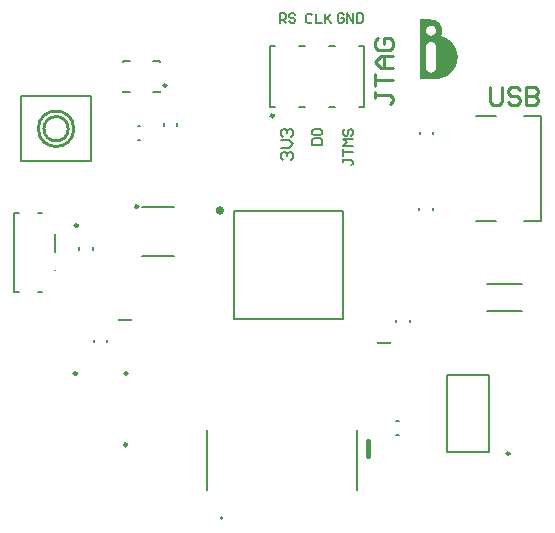
<source format=gbr>
%TF.GenerationSoftware,Altium Limited,Altium Designer,24.6.1 (21)*%
G04 Layer_Color=65535*
%FSLAX45Y45*%
%MOMM*%
%TF.SameCoordinates,6A5B3439-CA9B-47F1-B443-B48DB32901A5*%
%TF.FilePolarity,Positive*%
%TF.FileFunction,Legend,Top*%
%TF.Part,Single*%
G01*
G75*
%TA.AperFunction,NonConductor*%
%ADD48C,0.25000*%
%ADD49C,0.25400*%
%ADD50C,0.12700*%
%ADD51C,0.20000*%
%ADD52C,0.40000*%
%ADD53C,0.17000*%
%ADD54C,0.14000*%
%ADD55R,1.20000X0.20000*%
G36*
X3539970Y4392440D02*
X3543614D01*
Y4392282D01*
X3545673D01*
Y4392124D01*
X3547416D01*
Y4391965D01*
X3548842D01*
Y4391807D01*
X3550109D01*
Y4391648D01*
X3551218D01*
Y4391490D01*
X3552327D01*
Y4391332D01*
X3553277D01*
Y4391173D01*
X3554228D01*
Y4391015D01*
X3555178D01*
Y4390856D01*
X3555970D01*
Y4390698D01*
X3556763D01*
Y4390539D01*
X3557554D01*
Y4390381D01*
X3558188D01*
Y4390223D01*
X3558980D01*
Y4390064D01*
X3559614D01*
Y4389906D01*
X3560248D01*
Y4389747D01*
X3560881D01*
Y4389589D01*
X3561515D01*
Y4389430D01*
X3562149D01*
Y4389272D01*
X3562782D01*
Y4389114D01*
X3563258D01*
Y4388955D01*
X3563891D01*
Y4388797D01*
X3564366D01*
Y4388638D01*
X3565000D01*
Y4388480D01*
X3565475D01*
Y4388322D01*
X3565950D01*
Y4388163D01*
X3566426D01*
Y4388005D01*
X3566901D01*
Y4387846D01*
X3567376D01*
Y4387688D01*
X3567852D01*
Y4387529D01*
X3568327D01*
Y4387371D01*
X3568802D01*
Y4387213D01*
X3569277D01*
Y4387054D01*
X3569753D01*
Y4386896D01*
X3570228D01*
Y4386737D01*
X3570703D01*
Y4386579D01*
X3571020D01*
Y4386420D01*
X3571495D01*
Y4386262D01*
X3571970D01*
Y4386104D01*
X3572287D01*
Y4385945D01*
X3572762D01*
Y4385787D01*
X3573079D01*
Y4385629D01*
X3573554D01*
Y4385470D01*
X3573871D01*
Y4385312D01*
X3574188D01*
Y4385153D01*
X3574663D01*
Y4384995D01*
X3574980D01*
Y4384837D01*
X3575455D01*
Y4384678D01*
X3575772D01*
Y4384520D01*
X3576089D01*
Y4384361D01*
X3576406D01*
Y4384203D01*
X3576881D01*
Y4384044D01*
X3577198D01*
Y4383886D01*
X3577515D01*
Y4383728D01*
X3577832D01*
Y4383569D01*
X3578149D01*
Y4383411D01*
X3578465D01*
Y4383252D01*
X3578941D01*
Y4383094D01*
X3579258D01*
Y4382935D01*
X3579574D01*
Y4382777D01*
X3579891D01*
Y4382619D01*
X3580208D01*
Y4382460D01*
X3580525D01*
Y4382302D01*
X3580842D01*
Y4382143D01*
X3581158D01*
Y4381985D01*
X3581475D01*
Y4381827D01*
X3581634D01*
Y4381668D01*
X3581950D01*
Y4381510D01*
X3582267D01*
Y4381351D01*
X3582584D01*
Y4381193D01*
X3582901D01*
Y4381034D01*
X3583218D01*
Y4380876D01*
X3583535D01*
Y4380718D01*
X3583693D01*
Y4380559D01*
X3584010D01*
Y4380401D01*
X3584327D01*
Y4380242D01*
X3584644D01*
Y4380084D01*
X3584960D01*
Y4379925D01*
X3585119D01*
Y4379767D01*
X3585436D01*
Y4379609D01*
X3585753D01*
Y4379450D01*
X3585911D01*
Y4379292D01*
X3586228D01*
Y4379133D01*
X3586545D01*
Y4378975D01*
X3586703D01*
Y4378817D01*
X3587020D01*
Y4378658D01*
X3587337D01*
Y4378500D01*
X3587495D01*
Y4378342D01*
X3587812D01*
Y4378183D01*
X3588129D01*
Y4378025D01*
X3588287D01*
Y4377866D01*
X3588604D01*
Y4377708D01*
X3588762D01*
Y4377549D01*
X3589079D01*
Y4377391D01*
X3589238D01*
Y4377233D01*
X3589554D01*
Y4377074D01*
X3589713D01*
Y4376916D01*
X3590030D01*
Y4376757D01*
X3590347D01*
Y4376599D01*
X3590505D01*
Y4376440D01*
X3590822D01*
Y4376282D01*
X3590980D01*
Y4376124D01*
X3591139D01*
Y4375965D01*
X3591455D01*
Y4375807D01*
X3591614D01*
Y4375648D01*
X3591931D01*
Y4375490D01*
X3592089D01*
Y4375332D01*
X3592406D01*
Y4375173D01*
X3592564D01*
Y4375015D01*
X3592881D01*
Y4374856D01*
X3593040D01*
Y4374698D01*
X3593198D01*
Y4374539D01*
X3593515D01*
Y4374381D01*
X3593673D01*
Y4374223D01*
X3593832D01*
Y4374064D01*
X3594149D01*
Y4373906D01*
X3594307D01*
Y4373747D01*
X3594465D01*
Y4373589D01*
X3594782D01*
Y4373430D01*
X3594941D01*
Y4373272D01*
X3595099D01*
Y4373114D01*
X3595416D01*
Y4372955D01*
X3595574D01*
Y4372797D01*
X3595733D01*
Y4372638D01*
X3596049D01*
Y4372480D01*
X3596208D01*
Y4372322D01*
X3596366D01*
Y4372163D01*
X3596525D01*
Y4372005D01*
X3596842D01*
Y4371846D01*
X3597000D01*
Y4371688D01*
X3597158D01*
Y4371529D01*
X3597317D01*
Y4371371D01*
X3597634D01*
Y4371213D01*
X3597792D01*
Y4371054D01*
X3597951D01*
Y4370896D01*
X3598109D01*
Y4370738D01*
X3598426D01*
Y4370579D01*
X3598584D01*
Y4370421D01*
X3598743D01*
Y4370262D01*
X3598901D01*
Y4370104D01*
X3599059D01*
Y4369945D01*
X3599376D01*
Y4369787D01*
X3599535D01*
Y4369629D01*
X3599693D01*
Y4369470D01*
X3599852D01*
Y4369312D01*
X3600010D01*
Y4369153D01*
X3600168D01*
Y4368995D01*
X3600327D01*
Y4368837D01*
X3600644D01*
Y4368678D01*
X3600802D01*
Y4368520D01*
X3600961D01*
Y4368361D01*
X3601119D01*
Y4368203D01*
X3601277D01*
Y4368044D01*
X3601436D01*
Y4367886D01*
X3601594D01*
Y4367728D01*
X3601753D01*
Y4367569D01*
X3602069D01*
Y4367411D01*
X3602228D01*
Y4367252D01*
X3602386D01*
Y4367094D01*
X3602544D01*
Y4366935D01*
X3602703D01*
Y4366777D01*
X3602861D01*
Y4366619D01*
X3603020D01*
Y4366460D01*
X3603178D01*
Y4366302D01*
X3603337D01*
Y4366143D01*
X3603495D01*
Y4365985D01*
X3603653D01*
Y4365827D01*
X3603812D01*
Y4365668D01*
X3603970D01*
Y4365510D01*
X3604129D01*
Y4365351D01*
X3604287D01*
Y4365193D01*
X3604446D01*
Y4365034D01*
X3604604D01*
Y4364876D01*
X3604762D01*
Y4364718D01*
X3604921D01*
Y4364559D01*
X3605079D01*
Y4364401D01*
X3605238D01*
Y4364242D01*
X3605396D01*
Y4364084D01*
X3605554D01*
Y4363925D01*
X3605713D01*
Y4363767D01*
X3605871D01*
Y4363609D01*
X3606030D01*
Y4363450D01*
X3606188D01*
Y4363292D01*
X3606347D01*
Y4363134D01*
X3606505D01*
Y4362975D01*
X3606663D01*
Y4362817D01*
X3606822D01*
Y4362658D01*
X3606980D01*
Y4362500D01*
X3607139D01*
Y4362341D01*
X3607297D01*
Y4362183D01*
X3607456D01*
Y4362025D01*
X3607614D01*
Y4361866D01*
X3607772D01*
Y4361708D01*
X3607931D01*
Y4361391D01*
X3608089D01*
Y4361233D01*
X3608248D01*
Y4361074D01*
X3608406D01*
Y4360916D01*
X3608564D01*
Y4360757D01*
X3608723D01*
Y4360599D01*
X3608881D01*
Y4360440D01*
X3609040D01*
Y4360282D01*
X3609198D01*
Y4359965D01*
X3609357D01*
Y4359807D01*
X3609515D01*
Y4359648D01*
X3609673D01*
Y4359490D01*
X3609832D01*
Y4359331D01*
X3609990D01*
Y4359173D01*
X3610148D01*
Y4359015D01*
X3610307D01*
Y4358698D01*
X3610465D01*
Y4358539D01*
X3610624D01*
Y4358381D01*
X3610782D01*
Y4358223D01*
X3610941D01*
Y4358064D01*
X3611099D01*
Y4357747D01*
X3611257D01*
Y4357589D01*
X3611416D01*
Y4357430D01*
X3611574D01*
Y4357272D01*
X3611733D01*
Y4356955D01*
X3611891D01*
Y4356797D01*
X3612049D01*
Y4356638D01*
X3612208D01*
Y4356480D01*
X3612366D01*
Y4356163D01*
X3612525D01*
Y4356005D01*
X3612683D01*
Y4355846D01*
X3612842D01*
Y4355688D01*
X3613000D01*
Y4355371D01*
X3613158D01*
Y4355213D01*
X3613317D01*
Y4355054D01*
X3613475D01*
Y4354738D01*
X3613634D01*
Y4354579D01*
X3613792D01*
Y4354421D01*
X3613951D01*
Y4354104D01*
X3614109D01*
Y4353945D01*
X3614267D01*
Y4353787D01*
X3614426D01*
Y4353470D01*
X3614584D01*
Y4353312D01*
X3614743D01*
Y4353153D01*
X3614901D01*
Y4352836D01*
X3615059D01*
Y4352678D01*
X3615218D01*
Y4352361D01*
X3615376D01*
Y4352203D01*
X3615535D01*
Y4352044D01*
X3615693D01*
Y4351728D01*
X3615852D01*
Y4351569D01*
X3616010D01*
Y4351252D01*
X3616168D01*
Y4351094D01*
X3616327D01*
Y4350777D01*
X3616485D01*
Y4350619D01*
X3616644D01*
Y4350302D01*
X3616802D01*
Y4350143D01*
X3616961D01*
Y4349826D01*
X3617119D01*
Y4349668D01*
X3617277D01*
Y4349351D01*
X3617436D01*
Y4349193D01*
X3617594D01*
Y4348876D01*
X3617752D01*
Y4348718D01*
X3617911D01*
Y4348401D01*
X3618069D01*
Y4348243D01*
X3618228D01*
Y4347926D01*
X3618386D01*
Y4347609D01*
X3618544D01*
Y4347450D01*
X3618703D01*
Y4347134D01*
X3618861D01*
Y4346975D01*
X3619020D01*
Y4346658D01*
X3619178D01*
Y4346341D01*
X3619337D01*
Y4346183D01*
X3619495D01*
Y4345866D01*
X3619653D01*
Y4345549D01*
X3619812D01*
Y4345391D01*
X3619970D01*
Y4345074D01*
X3620129D01*
Y4344757D01*
X3620287D01*
Y4344440D01*
X3620446D01*
Y4344282D01*
X3620604D01*
Y4343965D01*
X3620762D01*
Y4343648D01*
X3620921D01*
Y4343331D01*
X3621079D01*
Y4343173D01*
X3621238D01*
Y4342856D01*
X3621396D01*
Y4342539D01*
X3621554D01*
Y4342223D01*
X3621713D01*
Y4341906D01*
X3621871D01*
Y4341589D01*
X3622030D01*
Y4341272D01*
X3622188D01*
Y4340955D01*
X3622347D01*
Y4340639D01*
X3622505D01*
Y4340480D01*
X3622663D01*
Y4340163D01*
X3622822D01*
Y4339846D01*
X3622980D01*
Y4339530D01*
X3623139D01*
Y4339054D01*
X3623297D01*
Y4338738D01*
X3623456D01*
Y4338421D01*
X3623614D01*
Y4338104D01*
X3623772D01*
Y4337787D01*
X3623931D01*
Y4337470D01*
X3624089D01*
Y4337153D01*
X3624248D01*
Y4336836D01*
X3624406D01*
Y4336361D01*
X3624564D01*
Y4336044D01*
X3624723D01*
Y4335728D01*
X3624881D01*
Y4335411D01*
X3625040D01*
Y4334935D01*
X3625198D01*
Y4334619D01*
X3625356D01*
Y4334302D01*
X3625515D01*
Y4333826D01*
X3625673D01*
Y4333510D01*
X3625832D01*
Y4333035D01*
X3625990D01*
Y4332718D01*
X3626148D01*
Y4332242D01*
X3626307D01*
Y4331926D01*
X3626465D01*
Y4331450D01*
X3626624D01*
Y4331134D01*
X3626782D01*
Y4330658D01*
X3626941D01*
Y4330183D01*
X3627099D01*
Y4329866D01*
X3627257D01*
Y4329391D01*
X3627416D01*
Y4328916D01*
X3627574D01*
Y4328440D01*
X3627733D01*
Y4327965D01*
X3627891D01*
Y4327490D01*
X3628050D01*
Y4327015D01*
X3628208D01*
Y4326539D01*
X3628366D01*
Y4326064D01*
X3628525D01*
Y4325589D01*
X3628683D01*
Y4325114D01*
X3628842D01*
Y4324480D01*
X3629000D01*
Y4324005D01*
X3629158D01*
Y4323371D01*
X3629317D01*
Y4322896D01*
X3629475D01*
Y4322262D01*
X3629634D01*
Y4321629D01*
X3629792D01*
Y4321153D01*
X3629951D01*
Y4320520D01*
X3630109D01*
Y4319886D01*
X3630267D01*
Y4319252D01*
X3630426D01*
Y4318460D01*
X3630584D01*
Y4317827D01*
X3630743D01*
Y4317035D01*
X3630901D01*
Y4316242D01*
X3631060D01*
Y4315450D01*
X3631218D01*
Y4314658D01*
X3631376D01*
Y4313708D01*
X3631535D01*
Y4312916D01*
X3631693D01*
Y4311807D01*
X3631852D01*
Y4310698D01*
X3632010D01*
Y4309589D01*
X3632168D01*
Y4308322D01*
X3632327D01*
Y4306896D01*
X3632485D01*
Y4305153D01*
X3632643D01*
Y4302777D01*
X3632802D01*
Y4298183D01*
X3632960D01*
Y4296440D01*
X3632802D01*
Y4291688D01*
X3632643D01*
Y4289470D01*
X3632485D01*
Y4287728D01*
X3632327D01*
Y4286302D01*
X3632168D01*
Y4284876D01*
X3632010D01*
Y4283767D01*
X3631852D01*
Y4282658D01*
X3631693D01*
Y4281708D01*
X3631535D01*
Y4280757D01*
X3631376D01*
Y4279965D01*
X3631218D01*
Y4279015D01*
X3631060D01*
Y4278223D01*
X3630901D01*
Y4277431D01*
X3630743D01*
Y4276797D01*
X3630584D01*
Y4276005D01*
X3630426D01*
Y4275371D01*
X3630267D01*
Y4274737D01*
X3630109D01*
Y4274104D01*
X3629951D01*
Y4273470D01*
X3629792D01*
Y4272837D01*
X3629634D01*
Y4272203D01*
X3629475D01*
Y4271728D01*
X3629317D01*
Y4271094D01*
X3629158D01*
Y4270619D01*
X3629000D01*
Y4269985D01*
X3628842D01*
Y4269510D01*
X3628683D01*
Y4269035D01*
X3628525D01*
Y4268559D01*
X3628366D01*
Y4267926D01*
X3628208D01*
Y4267450D01*
X3628050D01*
Y4266975D01*
X3627891D01*
Y4266500D01*
X3627733D01*
Y4266025D01*
X3627574D01*
Y4265708D01*
X3627416D01*
Y4265233D01*
X3627257D01*
Y4264757D01*
X3627099D01*
Y4264282D01*
X3626941D01*
Y4263965D01*
X3626782D01*
Y4263490D01*
X3626624D01*
Y4263015D01*
X3626465D01*
Y4262698D01*
X3626307D01*
Y4262223D01*
X3626148D01*
Y4261906D01*
X3625990D01*
Y4261431D01*
X3625832D01*
Y4261114D01*
X3625673D01*
Y4260638D01*
X3625515D01*
Y4260322D01*
X3625356D01*
Y4260005D01*
X3625198D01*
Y4259529D01*
X3625040D01*
Y4259213D01*
X3624881D01*
Y4258896D01*
X3624723D01*
Y4258421D01*
X3624564D01*
Y4258104D01*
X3624406D01*
Y4257787D01*
X3624248D01*
Y4257470D01*
X3624089D01*
Y4257153D01*
X3623931D01*
Y4256678D01*
X3623772D01*
Y4256361D01*
X3623614D01*
Y4256044D01*
X3623456D01*
Y4255728D01*
X3623297D01*
Y4255411D01*
X3623139D01*
Y4255094D01*
X3622980D01*
Y4254777D01*
X3622822D01*
Y4254460D01*
X3622663D01*
Y4254143D01*
X3622505D01*
Y4253827D01*
X3622347D01*
Y4253510D01*
X3622188D01*
Y4253193D01*
X3622030D01*
Y4252876D01*
X3621871D01*
Y4252559D01*
X3621713D01*
Y4252401D01*
X3621554D01*
Y4252084D01*
X3621396D01*
Y4251767D01*
X3621238D01*
Y4251450D01*
X3621079D01*
Y4251133D01*
X3620921D01*
Y4250817D01*
X3620762D01*
Y4250658D01*
X3621396D01*
Y4250500D01*
X3622030D01*
Y4250342D01*
X3622663D01*
Y4250183D01*
X3623297D01*
Y4250025D01*
X3623931D01*
Y4249866D01*
X3624564D01*
Y4249708D01*
X3625198D01*
Y4249549D01*
X3625832D01*
Y4249391D01*
X3626465D01*
Y4249233D01*
X3627099D01*
Y4249074D01*
X3627574D01*
Y4248916D01*
X3628208D01*
Y4248757D01*
X3628842D01*
Y4248599D01*
X3629317D01*
Y4248441D01*
X3629951D01*
Y4248282D01*
X3630426D01*
Y4248124D01*
X3631060D01*
Y4247965D01*
X3631535D01*
Y4247807D01*
X3632010D01*
Y4247648D01*
X3632643D01*
Y4247490D01*
X3633119D01*
Y4247332D01*
X3633594D01*
Y4247173D01*
X3634069D01*
Y4247015D01*
X3634545D01*
Y4246856D01*
X3635178D01*
Y4246698D01*
X3635653D01*
Y4246539D01*
X3636129D01*
Y4246381D01*
X3636604D01*
Y4246223D01*
X3637079D01*
Y4246064D01*
X3637555D01*
Y4245906D01*
X3638030D01*
Y4245747D01*
X3638505D01*
Y4245589D01*
X3638980D01*
Y4245431D01*
X3639456D01*
Y4245272D01*
X3639772D01*
Y4245114D01*
X3640247D01*
Y4244955D01*
X3640723D01*
Y4244797D01*
X3641198D01*
Y4244638D01*
X3641673D01*
Y4244480D01*
X3641990D01*
Y4244322D01*
X3642465D01*
Y4244163D01*
X3642941D01*
Y4244005D01*
X3643416D01*
Y4243846D01*
X3643733D01*
Y4243688D01*
X3644208D01*
Y4243529D01*
X3644683D01*
Y4243371D01*
X3645000D01*
Y4243213D01*
X3645475D01*
Y4243054D01*
X3645792D01*
Y4242896D01*
X3646267D01*
Y4242738D01*
X3646584D01*
Y4242579D01*
X3647060D01*
Y4242421D01*
X3647535D01*
Y4242262D01*
X3647851D01*
Y4242104D01*
X3648168D01*
Y4241946D01*
X3648643D01*
Y4241787D01*
X3648960D01*
Y4241629D01*
X3649436D01*
Y4241470D01*
X3649752D01*
Y4241312D01*
X3650228D01*
Y4241153D01*
X3650545D01*
Y4240995D01*
X3650861D01*
Y4240837D01*
X3651337D01*
Y4240678D01*
X3651653D01*
Y4240520D01*
X3651970D01*
Y4240361D01*
X3652446D01*
Y4240203D01*
X3652762D01*
Y4240044D01*
X3653079D01*
Y4239886D01*
X3653396D01*
Y4239728D01*
X3653871D01*
Y4239569D01*
X3654188D01*
Y4239411D01*
X3654505D01*
Y4239252D01*
X3654822D01*
Y4239094D01*
X3655297D01*
Y4238936D01*
X3655614D01*
Y4238777D01*
X3655931D01*
Y4238619D01*
X3656247D01*
Y4238460D01*
X3656564D01*
Y4238302D01*
X3656881D01*
Y4238143D01*
X3657356D01*
Y4237985D01*
X3657673D01*
Y4237827D01*
X3657990D01*
Y4237668D01*
X3658307D01*
Y4237510D01*
X3658624D01*
Y4237351D01*
X3658941D01*
Y4237193D01*
X3659257D01*
Y4237034D01*
X3659574D01*
Y4236876D01*
X3659891D01*
Y4236718D01*
X3660208D01*
Y4236559D01*
X3660525D01*
Y4236401D01*
X3660842D01*
Y4236242D01*
X3661159D01*
Y4236084D01*
X3661475D01*
Y4235926D01*
X3661792D01*
Y4235767D01*
X3662109D01*
Y4235609D01*
X3662426D01*
Y4235450D01*
X3662742D01*
Y4235292D01*
X3663059D01*
Y4235134D01*
X3663376D01*
Y4234975D01*
X3663693D01*
Y4234817D01*
X3664010D01*
Y4234658D01*
X3664327D01*
Y4234500D01*
X3664644D01*
Y4234342D01*
X3664960D01*
Y4234183D01*
X3665119D01*
Y4234025D01*
X3665436D01*
Y4233866D01*
X3665752D01*
Y4233708D01*
X3666069D01*
Y4233549D01*
X3666386D01*
Y4233391D01*
X3666703D01*
Y4233233D01*
X3667020D01*
Y4233074D01*
X3667178D01*
Y4232916D01*
X3667495D01*
Y4232757D01*
X3667812D01*
Y4232599D01*
X3668129D01*
Y4232440D01*
X3668446D01*
Y4232282D01*
X3668604D01*
Y4232124D01*
X3668921D01*
Y4231965D01*
X3669238D01*
Y4231807D01*
X3669555D01*
Y4231648D01*
X3669713D01*
Y4231490D01*
X3670030D01*
Y4231332D01*
X3670346D01*
Y4231173D01*
X3670663D01*
Y4231015D01*
X3670822D01*
Y4230856D01*
X3671139D01*
Y4230698D01*
X3671455D01*
Y4230539D01*
X3671772D01*
Y4230381D01*
X3671931D01*
Y4230223D01*
X3672247D01*
Y4230064D01*
X3672564D01*
Y4229906D01*
X3672723D01*
Y4229747D01*
X3673040D01*
Y4229589D01*
X3673356D01*
Y4229430D01*
X3673515D01*
Y4229272D01*
X3673832D01*
Y4229114D01*
X3674149D01*
Y4228955D01*
X3674307D01*
Y4228797D01*
X3674624D01*
Y4228638D01*
X3674941D01*
Y4228480D01*
X3675099D01*
Y4228322D01*
X3675416D01*
Y4228163D01*
X3675574D01*
Y4228005D01*
X3675891D01*
Y4227847D01*
X3676208D01*
Y4227688D01*
X3676366D01*
Y4227530D01*
X3676683D01*
Y4227371D01*
X3676842D01*
Y4227213D01*
X3677159D01*
Y4227054D01*
X3677475D01*
Y4226896D01*
X3677634D01*
Y4226738D01*
X3677950D01*
Y4226579D01*
X3678109D01*
Y4226421D01*
X3678426D01*
Y4226262D01*
X3678584D01*
Y4226104D01*
X3678901D01*
Y4225945D01*
X3679059D01*
Y4225787D01*
X3679376D01*
Y4225629D01*
X3679693D01*
Y4225470D01*
X3679851D01*
Y4225312D01*
X3680168D01*
Y4225153D01*
X3680327D01*
Y4224995D01*
X3680644D01*
Y4224837D01*
X3680802D01*
Y4224678D01*
X3681119D01*
Y4224520D01*
X3681277D01*
Y4224361D01*
X3681594D01*
Y4224203D01*
X3681752D01*
Y4224044D01*
X3681911D01*
Y4223886D01*
X3682228D01*
Y4223728D01*
X3682386D01*
Y4223569D01*
X3682703D01*
Y4223411D01*
X3682861D01*
Y4223252D01*
X3683178D01*
Y4223094D01*
X3683337D01*
Y4222935D01*
X3683654D01*
Y4222777D01*
X3683812D01*
Y4222619D01*
X3684129D01*
Y4222460D01*
X3684287D01*
Y4222302D01*
X3684446D01*
Y4222143D01*
X3684762D01*
Y4221985D01*
X3684921D01*
Y4221827D01*
X3685237D01*
Y4221668D01*
X3685396D01*
Y4221510D01*
X3685554D01*
Y4221351D01*
X3685871D01*
Y4221193D01*
X3686030D01*
Y4221034D01*
X3686346D01*
Y4220876D01*
X3686505D01*
Y4220718D01*
X3686663D01*
Y4220559D01*
X3686980D01*
Y4220401D01*
X3687139D01*
Y4220243D01*
X3687297D01*
Y4220084D01*
X3687614D01*
Y4219926D01*
X3687772D01*
Y4219767D01*
X3688089D01*
Y4219609D01*
X3688247D01*
Y4219450D01*
X3688406D01*
Y4219292D01*
X3688723D01*
Y4219134D01*
X3688881D01*
Y4218975D01*
X3689040D01*
Y4218817D01*
X3689356D01*
Y4218658D01*
X3689515D01*
Y4218500D01*
X3689673D01*
Y4218342D01*
X3689990D01*
Y4218183D01*
X3690149D01*
Y4218025D01*
X3690307D01*
Y4217866D01*
X3690465D01*
Y4217708D01*
X3690782D01*
Y4217549D01*
X3690941D01*
Y4217391D01*
X3691099D01*
Y4217233D01*
X3691416D01*
Y4217074D01*
X3691574D01*
Y4216916D01*
X3691733D01*
Y4216757D01*
X3692050D01*
Y4216599D01*
X3692208D01*
Y4216440D01*
X3692366D01*
Y4216282D01*
X3692525D01*
Y4216124D01*
X3692841D01*
Y4215965D01*
X3693000D01*
Y4215807D01*
X3693158D01*
Y4215648D01*
X3693317D01*
Y4215490D01*
X3693634D01*
Y4215332D01*
X3693792D01*
Y4215173D01*
X3693950D01*
Y4215015D01*
X3694109D01*
Y4214856D01*
X3694426D01*
Y4214698D01*
X3694584D01*
Y4214539D01*
X3694743D01*
Y4214381D01*
X3694901D01*
Y4214223D01*
X3695059D01*
Y4214064D01*
X3695376D01*
Y4213906D01*
X3695535D01*
Y4213747D01*
X3695693D01*
Y4213589D01*
X3695851D01*
Y4213430D01*
X3696168D01*
Y4213272D01*
X3696327D01*
Y4213114D01*
X3696485D01*
Y4212955D01*
X3696644D01*
Y4212797D01*
X3696802D01*
Y4212639D01*
X3697119D01*
Y4212480D01*
X3697277D01*
Y4212322D01*
X3697436D01*
Y4212163D01*
X3697594D01*
Y4212005D01*
X3697753D01*
Y4211847D01*
X3697911D01*
Y4211688D01*
X3698228D01*
Y4211530D01*
X3698386D01*
Y4211371D01*
X3698545D01*
Y4211213D01*
X3698703D01*
Y4211054D01*
X3698861D01*
Y4210896D01*
X3699020D01*
Y4210738D01*
X3699337D01*
Y4210579D01*
X3699495D01*
Y4210421D01*
X3699654D01*
Y4210262D01*
X3699812D01*
Y4210104D01*
X3699970D01*
Y4209945D01*
X3700129D01*
Y4209787D01*
X3700287D01*
Y4209629D01*
X3700604D01*
Y4209470D01*
X3700762D01*
Y4209312D01*
X3700921D01*
Y4209153D01*
X3701079D01*
Y4208995D01*
X3701238D01*
Y4208837D01*
X3701396D01*
Y4208678D01*
X3701554D01*
Y4208520D01*
X3701713D01*
Y4208361D01*
X3701871D01*
Y4208203D01*
X3702188D01*
Y4208044D01*
X3702346D01*
Y4207886D01*
X3702505D01*
Y4207728D01*
X3702663D01*
Y4207569D01*
X3702822D01*
Y4207411D01*
X3702980D01*
Y4207252D01*
X3703139D01*
Y4207094D01*
X3703297D01*
Y4206935D01*
X3703455D01*
Y4206777D01*
X3703614D01*
Y4206619D01*
X3703772D01*
Y4206460D01*
X3704089D01*
Y4206302D01*
X3704248D01*
Y4206143D01*
X3704406D01*
Y4205985D01*
X3704564D01*
Y4205827D01*
X3704723D01*
Y4205668D01*
X3704881D01*
Y4205510D01*
X3705040D01*
Y4205351D01*
X3705198D01*
Y4205193D01*
X3705356D01*
Y4205035D01*
X3705515D01*
Y4204876D01*
X3705673D01*
Y4204718D01*
X3705832D01*
Y4204559D01*
X3705990D01*
Y4204401D01*
X3706149D01*
Y4204243D01*
X3706307D01*
Y4204084D01*
X3706465D01*
Y4203926D01*
X3706624D01*
Y4203767D01*
X3706782D01*
Y4203609D01*
X3706941D01*
Y4203450D01*
X3707099D01*
Y4203292D01*
X3707258D01*
Y4203134D01*
X3707416D01*
Y4202975D01*
X3707733D01*
Y4202817D01*
X3707891D01*
Y4202658D01*
X3708049D01*
Y4202500D01*
X3708208D01*
Y4202341D01*
X3708366D01*
Y4202183D01*
X3708525D01*
Y4202025D01*
X3708683D01*
Y4201866D01*
X3708841D01*
Y4201708D01*
X3709000D01*
Y4201549D01*
X3709158D01*
Y4201391D01*
X3709317D01*
Y4201233D01*
X3709475D01*
Y4201074D01*
X3709634D01*
Y4200757D01*
X3709792D01*
Y4200599D01*
X3709950D01*
Y4200440D01*
X3710109D01*
Y4200282D01*
X3710267D01*
Y4200124D01*
X3710426D01*
Y4199965D01*
X3710584D01*
Y4199807D01*
X3710743D01*
Y4199648D01*
X3710901D01*
Y4199490D01*
X3711059D01*
Y4199331D01*
X3711218D01*
Y4199173D01*
X3711376D01*
Y4199015D01*
X3711535D01*
Y4198856D01*
X3711693D01*
Y4198698D01*
X3711851D01*
Y4198539D01*
X3712010D01*
Y4198381D01*
X3712168D01*
Y4198223D01*
X3712327D01*
Y4198064D01*
X3712485D01*
Y4197906D01*
X3712644D01*
Y4197748D01*
X3712802D01*
Y4197589D01*
X3712960D01*
Y4197431D01*
X3713119D01*
Y4197272D01*
X3713277D01*
Y4196955D01*
X3713436D01*
Y4196797D01*
X3713594D01*
Y4196639D01*
X3713753D01*
Y4196480D01*
X3713911D01*
Y4196322D01*
X3714069D01*
Y4196163D01*
X3714228D01*
Y4196005D01*
X3714386D01*
Y4195846D01*
X3714545D01*
Y4195688D01*
X3714703D01*
Y4195530D01*
X3714861D01*
Y4195371D01*
X3715020D01*
Y4195054D01*
X3715178D01*
Y4194896D01*
X3715336D01*
Y4194738D01*
X3715495D01*
Y4194579D01*
X3715653D01*
Y4194421D01*
X3715812D01*
Y4194262D01*
X3715970D01*
Y4194104D01*
X3716129D01*
Y4193945D01*
X3716287D01*
Y4193629D01*
X3716445D01*
Y4193470D01*
X3716604D01*
Y4193312D01*
X3716762D01*
Y4193153D01*
X3716921D01*
Y4192995D01*
X3717079D01*
Y4192836D01*
X3717238D01*
Y4192678D01*
X3717396D01*
Y4192361D01*
X3717554D01*
Y4192203D01*
X3717713D01*
Y4192044D01*
X3717871D01*
Y4191886D01*
X3718030D01*
Y4191728D01*
X3718188D01*
Y4191569D01*
X3718346D01*
Y4191411D01*
X3718505D01*
Y4191094D01*
X3718663D01*
Y4190935D01*
X3718822D01*
Y4190777D01*
X3718980D01*
Y4190619D01*
X3719139D01*
Y4190460D01*
X3719297D01*
Y4190144D01*
X3719455D01*
Y4189985D01*
X3719614D01*
Y4189827D01*
X3719772D01*
Y4189668D01*
X3719931D01*
Y4189510D01*
X3720089D01*
Y4189193D01*
X3720248D01*
Y4189035D01*
X3720406D01*
Y4188876D01*
X3720564D01*
Y4188718D01*
X3720723D01*
Y4188559D01*
X3720881D01*
Y4188243D01*
X3721040D01*
Y4188084D01*
X3721198D01*
Y4187926D01*
X3721356D01*
Y4187767D01*
X3721515D01*
Y4187450D01*
X3721673D01*
Y4187292D01*
X3721832D01*
Y4187134D01*
X3721990D01*
Y4186975D01*
X3722149D01*
Y4186817D01*
X3722307D01*
Y4186500D01*
X3722465D01*
Y4186341D01*
X3722624D01*
Y4186183D01*
X3722782D01*
Y4185866D01*
X3722940D01*
Y4185708D01*
X3723099D01*
Y4185549D01*
X3723257D01*
Y4185391D01*
X3723416D01*
Y4185074D01*
X3723574D01*
Y4184916D01*
X3723733D01*
Y4184757D01*
X3723891D01*
Y4184599D01*
X3724049D01*
Y4184282D01*
X3724208D01*
Y4184124D01*
X3724366D01*
Y4183965D01*
X3724525D01*
Y4183648D01*
X3724683D01*
Y4183490D01*
X3724842D01*
Y4183331D01*
X3725000D01*
Y4183015D01*
X3725158D01*
Y4182856D01*
X3725317D01*
Y4182698D01*
X3725475D01*
Y4182381D01*
X3725634D01*
Y4182223D01*
X3725792D01*
Y4182064D01*
X3725950D01*
Y4181748D01*
X3726109D01*
Y4181589D01*
X3726267D01*
Y4181431D01*
X3726426D01*
Y4181114D01*
X3726584D01*
Y4180955D01*
X3726743D01*
Y4180797D01*
X3726901D01*
Y4180480D01*
X3727059D01*
Y4180322D01*
X3727218D01*
Y4180163D01*
X3727376D01*
Y4179846D01*
X3727535D01*
Y4179688D01*
X3727693D01*
Y4179371D01*
X3727852D01*
Y4179213D01*
X3728010D01*
Y4179054D01*
X3728168D01*
Y4178738D01*
X3728327D01*
Y4178579D01*
X3728485D01*
Y4178262D01*
X3728644D01*
Y4178104D01*
X3728802D01*
Y4177945D01*
X3728960D01*
Y4177629D01*
X3729119D01*
Y4177470D01*
X3729277D01*
Y4177153D01*
X3729436D01*
Y4176995D01*
X3729594D01*
Y4176678D01*
X3729753D01*
Y4176520D01*
X3729911D01*
Y4176361D01*
X3730069D01*
Y4176044D01*
X3730228D01*
Y4175886D01*
X3730386D01*
Y4175569D01*
X3730544D01*
Y4175411D01*
X3730703D01*
Y4175094D01*
X3730861D01*
Y4174936D01*
X3731020D01*
Y4174619D01*
X3731178D01*
Y4174460D01*
X3731337D01*
Y4174144D01*
X3731495D01*
Y4173985D01*
X3731653D01*
Y4173668D01*
X3731812D01*
Y4173510D01*
X3731970D01*
Y4173193D01*
X3732129D01*
Y4173035D01*
X3732287D01*
Y4172718D01*
X3732445D01*
Y4172559D01*
X3732604D01*
Y4172242D01*
X3732762D01*
Y4172084D01*
X3732921D01*
Y4171767D01*
X3733079D01*
Y4171609D01*
X3733238D01*
Y4171292D01*
X3733396D01*
Y4170975D01*
X3733554D01*
Y4170817D01*
X3733713D01*
Y4170500D01*
X3733871D01*
Y4170341D01*
X3734030D01*
Y4170025D01*
X3734188D01*
Y4169866D01*
X3734347D01*
Y4169549D01*
X3734505D01*
Y4169232D01*
X3734663D01*
Y4169074D01*
X3734822D01*
Y4168757D01*
X3734980D01*
Y4168599D01*
X3735139D01*
Y4168282D01*
X3735297D01*
Y4167965D01*
X3735455D01*
Y4167807D01*
X3735614D01*
Y4167490D01*
X3735772D01*
Y4167173D01*
X3735931D01*
Y4167015D01*
X3736089D01*
Y4166698D01*
X3736248D01*
Y4166381D01*
X3736406D01*
Y4166223D01*
X3736564D01*
Y4165906D01*
X3736723D01*
Y4165589D01*
X3736881D01*
Y4165431D01*
X3737040D01*
Y4165114D01*
X3737198D01*
Y4164797D01*
X3737357D01*
Y4164639D01*
X3737515D01*
Y4164322D01*
X3737673D01*
Y4164005D01*
X3737832D01*
Y4163688D01*
X3737990D01*
Y4163530D01*
X3738148D01*
Y4163213D01*
X3738307D01*
Y4162896D01*
X3738465D01*
Y4162579D01*
X3738624D01*
Y4162421D01*
X3738782D01*
Y4162104D01*
X3738940D01*
Y4161787D01*
X3739099D01*
Y4161470D01*
X3739257D01*
Y4161153D01*
X3739416D01*
Y4160995D01*
X3739574D01*
Y4160678D01*
X3739733D01*
Y4160361D01*
X3739891D01*
Y4160045D01*
X3740049D01*
Y4159728D01*
X3740208D01*
Y4159569D01*
X3740366D01*
Y4159252D01*
X3740525D01*
Y4158936D01*
X3740683D01*
Y4158619D01*
X3740842D01*
Y4158302D01*
X3741000D01*
Y4157985D01*
X3741158D01*
Y4157668D01*
X3741317D01*
Y4157351D01*
X3741475D01*
Y4157035D01*
X3741634D01*
Y4156876D01*
X3741792D01*
Y4156559D01*
X3741950D01*
Y4156242D01*
X3742109D01*
Y4155926D01*
X3742267D01*
Y4155609D01*
X3742426D01*
Y4155292D01*
X3742584D01*
Y4154975D01*
X3742743D01*
Y4154658D01*
X3742901D01*
Y4154341D01*
X3743059D01*
Y4154025D01*
X3743218D01*
Y4153708D01*
X3743376D01*
Y4153391D01*
X3743535D01*
Y4153074D01*
X3743693D01*
Y4152757D01*
X3743852D01*
Y4152441D01*
X3744010D01*
Y4152124D01*
X3744168D01*
Y4151649D01*
X3744327D01*
Y4151332D01*
X3744485D01*
Y4151015D01*
X3744644D01*
Y4150698D01*
X3744802D01*
Y4150381D01*
X3744960D01*
Y4150064D01*
X3745119D01*
Y4149747D01*
X3745277D01*
Y4149431D01*
X3745435D01*
Y4148955D01*
X3745594D01*
Y4148639D01*
X3745752D01*
Y4148322D01*
X3745911D01*
Y4148005D01*
X3746069D01*
Y4147688D01*
X3746228D01*
Y4147213D01*
X3746386D01*
Y4146896D01*
X3746544D01*
Y4146579D01*
X3746703D01*
Y4146262D01*
X3746861D01*
Y4145787D01*
X3747020D01*
Y4145470D01*
X3747178D01*
Y4145153D01*
X3747337D01*
Y4144678D01*
X3747495D01*
Y4144361D01*
X3747653D01*
Y4144045D01*
X3747812D01*
Y4143569D01*
X3747970D01*
Y4143252D01*
X3748129D01*
Y4142936D01*
X3748287D01*
Y4142460D01*
X3748445D01*
Y4142143D01*
X3748604D01*
Y4141668D01*
X3748762D01*
Y4141351D01*
X3748921D01*
Y4140876D01*
X3749079D01*
Y4140559D01*
X3749238D01*
Y4140084D01*
X3749396D01*
Y4139767D01*
X3749554D01*
Y4139292D01*
X3749713D01*
Y4138975D01*
X3749871D01*
Y4138500D01*
X3750030D01*
Y4138183D01*
X3750188D01*
Y4137708D01*
X3750347D01*
Y4137233D01*
X3750505D01*
Y4136916D01*
X3750663D01*
Y4136441D01*
X3750822D01*
Y4135965D01*
X3750980D01*
Y4135648D01*
X3751139D01*
Y4135173D01*
X3751297D01*
Y4134698D01*
X3751455D01*
Y4134223D01*
X3751614D01*
Y4133747D01*
X3751772D01*
Y4133431D01*
X3751931D01*
Y4132955D01*
X3752089D01*
Y4132480D01*
X3752248D01*
Y4132005D01*
X3752406D01*
Y4131530D01*
X3752564D01*
Y4131054D01*
X3752723D01*
Y4130579D01*
X3752881D01*
Y4130104D01*
X3753039D01*
Y4129629D01*
X3753198D01*
Y4129153D01*
X3753356D01*
Y4128678D01*
X3753515D01*
Y4128203D01*
X3753673D01*
Y4127728D01*
X3753832D01*
Y4127094D01*
X3753990D01*
Y4126619D01*
X3754148D01*
Y4126143D01*
X3754307D01*
Y4125668D01*
X3754465D01*
Y4125035D01*
X3754624D01*
Y4124559D01*
X3754782D01*
Y4123926D01*
X3754941D01*
Y4123450D01*
X3755099D01*
Y4122975D01*
X3755257D01*
Y4122342D01*
X3755416D01*
Y4121708D01*
X3755574D01*
Y4121233D01*
X3755733D01*
Y4120599D01*
X3755891D01*
Y4119965D01*
X3756049D01*
Y4119490D01*
X3756208D01*
Y4118856D01*
X3756366D01*
Y4118223D01*
X3756525D01*
Y4117589D01*
X3756683D01*
Y4116955D01*
X3756842D01*
Y4116322D01*
X3757000D01*
Y4115688D01*
X3757158D01*
Y4115055D01*
X3757317D01*
Y4114262D01*
X3757475D01*
Y4113629D01*
X3757634D01*
Y4112995D01*
X3757792D01*
Y4112203D01*
X3757951D01*
Y4111569D01*
X3758109D01*
Y4110777D01*
X3758267D01*
Y4109985D01*
X3758426D01*
Y4109193D01*
X3758584D01*
Y4108401D01*
X3758743D01*
Y4107609D01*
X3758901D01*
Y4106817D01*
X3759059D01*
Y4106025D01*
X3759218D01*
Y4105074D01*
X3759376D01*
Y4104282D01*
X3759535D01*
Y4103332D01*
X3759693D01*
Y4102381D01*
X3759852D01*
Y4101272D01*
X3760010D01*
Y4100322D01*
X3760168D01*
Y4099213D01*
X3760327D01*
Y4098104D01*
X3760485D01*
Y4096995D01*
X3760643D01*
Y4095728D01*
X3760802D01*
Y4094460D01*
X3760960D01*
Y4093034D01*
X3761119D01*
Y4091609D01*
X3761277D01*
Y4090025D01*
X3761436D01*
Y4088124D01*
X3761594D01*
Y4086223D01*
X3761752D01*
Y4083688D01*
X3761911D01*
Y4080678D01*
X3762069D01*
Y4074817D01*
X3762228D01*
Y4070698D01*
X3762069D01*
Y4064837D01*
X3761911D01*
Y4061827D01*
X3761752D01*
Y4059450D01*
X3761594D01*
Y4057391D01*
X3761436D01*
Y4055648D01*
X3761277D01*
Y4053906D01*
X3761119D01*
Y4052480D01*
X3760960D01*
Y4051054D01*
X3760802D01*
Y4049787D01*
X3760643D01*
Y4048520D01*
X3760485D01*
Y4047411D01*
X3760327D01*
Y4046302D01*
X3760168D01*
Y4045193D01*
X3760010D01*
Y4044243D01*
X3759852D01*
Y4043134D01*
X3759693D01*
Y4042183D01*
X3759535D01*
Y4041391D01*
X3759376D01*
Y4040440D01*
X3759218D01*
Y4039490D01*
X3759059D01*
Y4038698D01*
X3758901D01*
Y4037906D01*
X3758743D01*
Y4037114D01*
X3758584D01*
Y4036322D01*
X3758426D01*
Y4035530D01*
X3758267D01*
Y4034738D01*
X3758109D01*
Y4033945D01*
X3757951D01*
Y4033312D01*
X3757792D01*
Y4032520D01*
X3757634D01*
Y4031886D01*
X3757475D01*
Y4031253D01*
X3757317D01*
Y4030460D01*
X3757158D01*
Y4029827D01*
X3757000D01*
Y4029193D01*
X3756842D01*
Y4028559D01*
X3756683D01*
Y4027926D01*
X3756525D01*
Y4027292D01*
X3756366D01*
Y4026658D01*
X3756208D01*
Y4026025D01*
X3756049D01*
Y4025549D01*
X3755891D01*
Y4024916D01*
X3755733D01*
Y4024282D01*
X3755574D01*
Y4023807D01*
X3755416D01*
Y4023173D01*
X3755257D01*
Y4022698D01*
X3755099D01*
Y4022064D01*
X3754941D01*
Y4021589D01*
X3754782D01*
Y4020955D01*
X3754624D01*
Y4020480D01*
X3754465D01*
Y4020005D01*
X3754307D01*
Y4019371D01*
X3754148D01*
Y4018896D01*
X3753990D01*
Y4018421D01*
X3753832D01*
Y4017945D01*
X3753673D01*
Y4017312D01*
X3753515D01*
Y4016837D01*
X3753356D01*
Y4016361D01*
X3753198D01*
Y4015886D01*
X3753039D01*
Y4015411D01*
X3752881D01*
Y4014936D01*
X3752723D01*
Y4014460D01*
X3752564D01*
Y4013985D01*
X3752406D01*
Y4013510D01*
X3752248D01*
Y4013035D01*
X3752089D01*
Y4012559D01*
X3751931D01*
Y4012084D01*
X3751772D01*
Y4011767D01*
X3751614D01*
Y4011292D01*
X3751455D01*
Y4010817D01*
X3751297D01*
Y4010341D01*
X3751139D01*
Y4010025D01*
X3750980D01*
Y4009550D01*
X3750822D01*
Y4009074D01*
X3750663D01*
Y4008599D01*
X3750505D01*
Y4008282D01*
X3750347D01*
Y4007807D01*
X3750188D01*
Y4007490D01*
X3750030D01*
Y4007015D01*
X3749871D01*
Y4006540D01*
X3749713D01*
Y4006223D01*
X3749554D01*
Y4005747D01*
X3749396D01*
Y4005431D01*
X3749238D01*
Y4004955D01*
X3749079D01*
Y4004639D01*
X3748921D01*
Y4004163D01*
X3748762D01*
Y4003846D01*
X3748604D01*
Y4003371D01*
X3748445D01*
Y4003054D01*
X3748287D01*
Y4002579D01*
X3748129D01*
Y4002262D01*
X3747970D01*
Y4001946D01*
X3747812D01*
Y4001470D01*
X3747653D01*
Y4001154D01*
X3747495D01*
Y4000837D01*
X3747337D01*
Y4000361D01*
X3747178D01*
Y4000045D01*
X3747020D01*
Y3999728D01*
X3746861D01*
Y3999252D01*
X3746703D01*
Y3998936D01*
X3746544D01*
Y3998619D01*
X3746386D01*
Y3998302D01*
X3746228D01*
Y3997827D01*
X3746069D01*
Y3997510D01*
X3745911D01*
Y3997193D01*
X3745752D01*
Y3996876D01*
X3745594D01*
Y3996559D01*
X3745435D01*
Y3996084D01*
X3745277D01*
Y3995767D01*
X3745119D01*
Y3995450D01*
X3744960D01*
Y3995134D01*
X3744802D01*
Y3994817D01*
X3744644D01*
Y3994500D01*
X3744485D01*
Y3994183D01*
X3744327D01*
Y3993866D01*
X3744168D01*
Y3993391D01*
X3744010D01*
Y3993074D01*
X3743852D01*
Y3992757D01*
X3743693D01*
Y3992441D01*
X3743535D01*
Y3992124D01*
X3743376D01*
Y3991807D01*
X3743218D01*
Y3991490D01*
X3743059D01*
Y3991173D01*
X3742901D01*
Y3990856D01*
X3742743D01*
Y3990540D01*
X3742584D01*
Y3990223D01*
X3742426D01*
Y3989906D01*
X3742267D01*
Y3989589D01*
X3742109D01*
Y3989272D01*
X3741950D01*
Y3988955D01*
X3741792D01*
Y3988797D01*
X3741634D01*
Y3988480D01*
X3741475D01*
Y3988163D01*
X3741317D01*
Y3987846D01*
X3741158D01*
Y3987530D01*
X3741000D01*
Y3987213D01*
X3740842D01*
Y3986896D01*
X3740683D01*
Y3986579D01*
X3740525D01*
Y3986262D01*
X3740366D01*
Y3986104D01*
X3740208D01*
Y3985787D01*
X3740049D01*
Y3985470D01*
X3739891D01*
Y3985153D01*
X3739733D01*
Y3984837D01*
X3739574D01*
Y3984520D01*
X3739416D01*
Y3984361D01*
X3739257D01*
Y3984045D01*
X3739099D01*
Y3983728D01*
X3738940D01*
Y3983411D01*
X3738782D01*
Y3983094D01*
X3738624D01*
Y3982936D01*
X3738465D01*
Y3982619D01*
X3738307D01*
Y3982302D01*
X3738148D01*
Y3981985D01*
X3737990D01*
Y3981827D01*
X3737832D01*
Y3981510D01*
X3737673D01*
Y3981193D01*
X3737515D01*
Y3980876D01*
X3737357D01*
Y3980718D01*
X3737198D01*
Y3980401D01*
X3737040D01*
Y3980084D01*
X3736881D01*
Y3979926D01*
X3736723D01*
Y3979609D01*
X3736564D01*
Y3979292D01*
X3736406D01*
Y3979134D01*
X3736248D01*
Y3978817D01*
X3736089D01*
Y3978500D01*
X3735931D01*
Y3978342D01*
X3735772D01*
Y3978025D01*
X3735614D01*
Y3977708D01*
X3735455D01*
Y3977550D01*
X3735297D01*
Y3977233D01*
X3735139D01*
Y3976916D01*
X3734980D01*
Y3976757D01*
X3734822D01*
Y3976441D01*
X3734663D01*
Y3976282D01*
X3734505D01*
Y3975965D01*
X3734347D01*
Y3975648D01*
X3734188D01*
Y3975490D01*
X3734030D01*
Y3975173D01*
X3733871D01*
Y3975015D01*
X3733713D01*
Y3974698D01*
X3733554D01*
Y3974540D01*
X3733396D01*
Y3974223D01*
X3733238D01*
Y3973906D01*
X3733079D01*
Y3973747D01*
X3732921D01*
Y3973431D01*
X3732762D01*
Y3973272D01*
X3732604D01*
Y3972955D01*
X3732445D01*
Y3972797D01*
X3732287D01*
Y3972480D01*
X3732129D01*
Y3972322D01*
X3731970D01*
Y3972005D01*
X3731812D01*
Y3971847D01*
X3731653D01*
Y3971530D01*
X3731495D01*
Y3971371D01*
X3731337D01*
Y3971055D01*
X3731178D01*
Y3970896D01*
X3731020D01*
Y3970579D01*
X3730861D01*
Y3970421D01*
X3730703D01*
Y3970104D01*
X3730544D01*
Y3969946D01*
X3730386D01*
Y3969629D01*
X3730228D01*
Y3969470D01*
X3730069D01*
Y3969153D01*
X3729911D01*
Y3968995D01*
X3729753D01*
Y3968837D01*
X3729594D01*
Y3968520D01*
X3729436D01*
Y3968361D01*
X3729277D01*
Y3968045D01*
X3729119D01*
Y3967886D01*
X3728960D01*
Y3967569D01*
X3728802D01*
Y3967411D01*
X3728644D01*
Y3967252D01*
X3728485D01*
Y3966936D01*
X3728327D01*
Y3966777D01*
X3728168D01*
Y3966460D01*
X3728010D01*
Y3966302D01*
X3727852D01*
Y3966143D01*
X3727693D01*
Y3965827D01*
X3727535D01*
Y3965668D01*
X3727376D01*
Y3965351D01*
X3727218D01*
Y3965193D01*
X3727059D01*
Y3965035D01*
X3726901D01*
Y3964718D01*
X3726743D01*
Y3964560D01*
X3726584D01*
Y3964401D01*
X3726426D01*
Y3964084D01*
X3726267D01*
Y3963926D01*
X3726109D01*
Y3963767D01*
X3725950D01*
Y3963451D01*
X3725792D01*
Y3963292D01*
X3725634D01*
Y3963134D01*
X3725475D01*
Y3962817D01*
X3725317D01*
Y3962658D01*
X3725158D01*
Y3962500D01*
X3725000D01*
Y3962183D01*
X3724842D01*
Y3962025D01*
X3724683D01*
Y3961866D01*
X3724525D01*
Y3961550D01*
X3724366D01*
Y3961391D01*
X3724208D01*
Y3961233D01*
X3724049D01*
Y3961074D01*
X3723891D01*
Y3960757D01*
X3723733D01*
Y3960599D01*
X3723574D01*
Y3960441D01*
X3723416D01*
Y3960124D01*
X3723257D01*
Y3959965D01*
X3723099D01*
Y3959807D01*
X3722940D01*
Y3959648D01*
X3722782D01*
Y3959332D01*
X3722624D01*
Y3959173D01*
X3722465D01*
Y3959015D01*
X3722307D01*
Y3958856D01*
X3722149D01*
Y3958540D01*
X3721990D01*
Y3958381D01*
X3721832D01*
Y3958223D01*
X3721673D01*
Y3958064D01*
X3721515D01*
Y3957747D01*
X3721356D01*
Y3957589D01*
X3721198D01*
Y3957431D01*
X3721040D01*
Y3957272D01*
X3720881D01*
Y3956956D01*
X3720723D01*
Y3956797D01*
X3720564D01*
Y3956639D01*
X3720406D01*
Y3956480D01*
X3720248D01*
Y3956322D01*
X3720089D01*
Y3956005D01*
X3719931D01*
Y3955847D01*
X3719772D01*
Y3955688D01*
X3719614D01*
Y3955530D01*
X3719455D01*
Y3955371D01*
X3719297D01*
Y3955055D01*
X3719139D01*
Y3954896D01*
X3718980D01*
Y3954738D01*
X3718822D01*
Y3954579D01*
X3718663D01*
Y3954421D01*
X3718505D01*
Y3954262D01*
X3718346D01*
Y3953946D01*
X3718188D01*
Y3953787D01*
X3718030D01*
Y3953629D01*
X3717871D01*
Y3953470D01*
X3717713D01*
Y3953312D01*
X3717554D01*
Y3953153D01*
X3717396D01*
Y3952837D01*
X3717238D01*
Y3952678D01*
X3717079D01*
Y3952520D01*
X3716921D01*
Y3952361D01*
X3716762D01*
Y3952203D01*
X3716604D01*
Y3952045D01*
X3716445D01*
Y3951886D01*
X3716287D01*
Y3951569D01*
X3716129D01*
Y3951411D01*
X3715970D01*
Y3951252D01*
X3715812D01*
Y3951094D01*
X3715653D01*
Y3950936D01*
X3715495D01*
Y3950777D01*
X3715336D01*
Y3950619D01*
X3715178D01*
Y3950460D01*
X3715020D01*
Y3950302D01*
X3714861D01*
Y3949985D01*
X3714703D01*
Y3949827D01*
X3714545D01*
Y3949668D01*
X3714386D01*
Y3949510D01*
X3714228D01*
Y3949352D01*
X3714069D01*
Y3949193D01*
X3713911D01*
Y3949035D01*
X3713753D01*
Y3948876D01*
X3713594D01*
Y3948718D01*
X3713436D01*
Y3948559D01*
X3713277D01*
Y3948401D01*
X3713119D01*
Y3948084D01*
X3712960D01*
Y3947926D01*
X3712802D01*
Y3947767D01*
X3712644D01*
Y3947609D01*
X3712485D01*
Y3947451D01*
X3712327D01*
Y3947292D01*
X3712168D01*
Y3947134D01*
X3712010D01*
Y3946975D01*
X3711851D01*
Y3946817D01*
X3711693D01*
Y3946658D01*
X3711535D01*
Y3946500D01*
X3711376D01*
Y3946342D01*
X3711218D01*
Y3946183D01*
X3711059D01*
Y3946025D01*
X3710901D01*
Y3945866D01*
X3710743D01*
Y3945708D01*
X3710584D01*
Y3945549D01*
X3710426D01*
Y3945391D01*
X3710267D01*
Y3945233D01*
X3710109D01*
Y3945074D01*
X3709950D01*
Y3944916D01*
X3709792D01*
Y3944757D01*
X3709634D01*
Y3944599D01*
X3709475D01*
Y3944441D01*
X3709317D01*
Y3944282D01*
X3709158D01*
Y3944124D01*
X3709000D01*
Y3943965D01*
X3708841D01*
Y3943807D01*
X3708683D01*
Y3943648D01*
X3708525D01*
Y3943490D01*
X3708366D01*
Y3943332D01*
X3708208D01*
Y3943173D01*
X3708049D01*
Y3943015D01*
X3707891D01*
Y3942856D01*
X3707733D01*
Y3942698D01*
X3707574D01*
Y3942539D01*
X3707416D01*
Y3942381D01*
X3707258D01*
Y3942223D01*
X3707099D01*
Y3942064D01*
X3706941D01*
Y3941906D01*
X3706782D01*
Y3941748D01*
X3706624D01*
Y3941589D01*
X3706465D01*
Y3941431D01*
X3706307D01*
Y3941272D01*
X3706149D01*
Y3941114D01*
X3705990D01*
Y3940956D01*
X3705832D01*
Y3940797D01*
X3705673D01*
Y3940639D01*
X3705515D01*
Y3940480D01*
X3705356D01*
Y3940322D01*
X3705198D01*
Y3940163D01*
X3705040D01*
Y3940005D01*
X3704881D01*
Y3939847D01*
X3704723D01*
Y3939688D01*
X3704564D01*
Y3939530D01*
X3704406D01*
Y3939371D01*
X3704248D01*
Y3939213D01*
X3703931D01*
Y3939054D01*
X3703772D01*
Y3938896D01*
X3703614D01*
Y3938738D01*
X3703455D01*
Y3938579D01*
X3703297D01*
Y3938421D01*
X3703139D01*
Y3938262D01*
X3702980D01*
Y3938104D01*
X3702822D01*
Y3937946D01*
X3702663D01*
Y3937787D01*
X3702505D01*
Y3937629D01*
X3702346D01*
Y3937470D01*
X3702188D01*
Y3937312D01*
X3701871D01*
Y3937153D01*
X3701713D01*
Y3936995D01*
X3701554D01*
Y3936837D01*
X3701396D01*
Y3936678D01*
X3701238D01*
Y3936520D01*
X3701079D01*
Y3936361D01*
X3700921D01*
Y3936203D01*
X3700762D01*
Y3936044D01*
X3700445D01*
Y3935886D01*
X3700287D01*
Y3935728D01*
X3700129D01*
Y3935569D01*
X3699970D01*
Y3935411D01*
X3699812D01*
Y3935252D01*
X3699654D01*
Y3935094D01*
X3699495D01*
Y3934936D01*
X3699178D01*
Y3934777D01*
X3699020D01*
Y3934619D01*
X3698861D01*
Y3934461D01*
X3698703D01*
Y3934302D01*
X3698545D01*
Y3934144D01*
X3698386D01*
Y3933985D01*
X3698228D01*
Y3933827D01*
X3697911D01*
Y3933668D01*
X3697753D01*
Y3933510D01*
X3697594D01*
Y3933352D01*
X3697436D01*
Y3933193D01*
X3697277D01*
Y3933035D01*
X3696960D01*
Y3932876D01*
X3696802D01*
Y3932718D01*
X3696644D01*
Y3932559D01*
X3696485D01*
Y3932401D01*
X3696327D01*
Y3932243D01*
X3696010D01*
Y3932084D01*
X3695851D01*
Y3931926D01*
X3695693D01*
Y3931767D01*
X3695535D01*
Y3931609D01*
X3695376D01*
Y3931451D01*
X3695059D01*
Y3931292D01*
X3694901D01*
Y3931134D01*
X3694743D01*
Y3930975D01*
X3694584D01*
Y3930817D01*
X3694426D01*
Y3930658D01*
X3694109D01*
Y3930500D01*
X3693950D01*
Y3930342D01*
X3693792D01*
Y3930183D01*
X3693634D01*
Y3930025D01*
X3693317D01*
Y3929866D01*
X3693158D01*
Y3929708D01*
X3693000D01*
Y3929549D01*
X3692841D01*
Y3929391D01*
X3692525D01*
Y3929233D01*
X3692366D01*
Y3929074D01*
X3692208D01*
Y3928916D01*
X3691891D01*
Y3928757D01*
X3691733D01*
Y3928599D01*
X3691574D01*
Y3928441D01*
X3691416D01*
Y3928282D01*
X3691099D01*
Y3928124D01*
X3690941D01*
Y3927965D01*
X3690782D01*
Y3927807D01*
X3690465D01*
Y3927648D01*
X3690307D01*
Y3927490D01*
X3690149D01*
Y3927332D01*
X3689832D01*
Y3927173D01*
X3689673D01*
Y3927015D01*
X3689515D01*
Y3926857D01*
X3689356D01*
Y3926698D01*
X3689040D01*
Y3926540D01*
X3688881D01*
Y3926381D01*
X3688723D01*
Y3926223D01*
X3688406D01*
Y3926064D01*
X3688247D01*
Y3925906D01*
X3687931D01*
Y3925748D01*
X3687772D01*
Y3925589D01*
X3687614D01*
Y3925431D01*
X3687297D01*
Y3925272D01*
X3687139D01*
Y3925114D01*
X3686980D01*
Y3924956D01*
X3686663D01*
Y3924797D01*
X3686505D01*
Y3924639D01*
X3686346D01*
Y3924480D01*
X3686030D01*
Y3924322D01*
X3685871D01*
Y3924163D01*
X3685554D01*
Y3924005D01*
X3685396D01*
Y3923847D01*
X3685237D01*
Y3923688D01*
X3684921D01*
Y3923530D01*
X3684762D01*
Y3923371D01*
X3684446D01*
Y3923213D01*
X3684287D01*
Y3923054D01*
X3683970D01*
Y3922896D01*
X3683812D01*
Y3922738D01*
X3683654D01*
Y3922579D01*
X3683337D01*
Y3922421D01*
X3683178D01*
Y3922262D01*
X3682861D01*
Y3922104D01*
X3682703D01*
Y3921946D01*
X3682386D01*
Y3921787D01*
X3682228D01*
Y3921629D01*
X3681911D01*
Y3921470D01*
X3681752D01*
Y3921312D01*
X3681436D01*
Y3921153D01*
X3681277D01*
Y3920995D01*
X3680960D01*
Y3920837D01*
X3680802D01*
Y3920678D01*
X3680485D01*
Y3920520D01*
X3680327D01*
Y3920361D01*
X3680010D01*
Y3920203D01*
X3679851D01*
Y3920044D01*
X3679535D01*
Y3919886D01*
X3679376D01*
Y3919728D01*
X3679059D01*
Y3919569D01*
X3678901D01*
Y3919411D01*
X3678584D01*
Y3919253D01*
X3678426D01*
Y3919094D01*
X3678109D01*
Y3918936D01*
X3677950D01*
Y3918777D01*
X3677634D01*
Y3918619D01*
X3677317D01*
Y3918460D01*
X3677159D01*
Y3918302D01*
X3676842D01*
Y3918144D01*
X3676683D01*
Y3917985D01*
X3676366D01*
Y3917827D01*
X3676208D01*
Y3917668D01*
X3675891D01*
Y3917510D01*
X3675574D01*
Y3917352D01*
X3675416D01*
Y3917193D01*
X3675099D01*
Y3917035D01*
X3674782D01*
Y3916876D01*
X3674624D01*
Y3916718D01*
X3674307D01*
Y3916559D01*
X3674149D01*
Y3916401D01*
X3673832D01*
Y3916243D01*
X3673515D01*
Y3916084D01*
X3673356D01*
Y3915926D01*
X3673040D01*
Y3915767D01*
X3672723D01*
Y3915609D01*
X3672564D01*
Y3915450D01*
X3672247D01*
Y3915292D01*
X3671931D01*
Y3915134D01*
X3671614D01*
Y3914975D01*
X3671455D01*
Y3914817D01*
X3671139D01*
Y3914658D01*
X3670822D01*
Y3914500D01*
X3670663D01*
Y3914342D01*
X3670346D01*
Y3914183D01*
X3670030D01*
Y3914025D01*
X3669713D01*
Y3913866D01*
X3669555D01*
Y3913708D01*
X3669238D01*
Y3913549D01*
X3668921D01*
Y3913391D01*
X3668604D01*
Y3913233D01*
X3668287D01*
Y3913074D01*
X3668129D01*
Y3912916D01*
X3667812D01*
Y3912757D01*
X3667495D01*
Y3912599D01*
X3667178D01*
Y3912440D01*
X3666861D01*
Y3912282D01*
X3666703D01*
Y3912124D01*
X3666386D01*
Y3911965D01*
X3666069D01*
Y3911807D01*
X3665752D01*
Y3911649D01*
X3665436D01*
Y3911490D01*
X3665119D01*
Y3911332D01*
X3664802D01*
Y3911173D01*
X3664644D01*
Y3911015D01*
X3664327D01*
Y3910857D01*
X3664010D01*
Y3910698D01*
X3663693D01*
Y3910540D01*
X3663376D01*
Y3910381D01*
X3663059D01*
Y3910223D01*
X3662742D01*
Y3910064D01*
X3662426D01*
Y3909906D01*
X3662109D01*
Y3909748D01*
X3661792D01*
Y3909589D01*
X3661475D01*
Y3909431D01*
X3661159D01*
Y3909272D01*
X3660842D01*
Y3909114D01*
X3660525D01*
Y3908955D01*
X3660208D01*
Y3908797D01*
X3659891D01*
Y3908639D01*
X3659574D01*
Y3908480D01*
X3659257D01*
Y3908322D01*
X3658941D01*
Y3908163D01*
X3658624D01*
Y3908005D01*
X3658307D01*
Y3907847D01*
X3657990D01*
Y3907688D01*
X3657673D01*
Y3907530D01*
X3657198D01*
Y3907371D01*
X3656881D01*
Y3907213D01*
X3656564D01*
Y3907054D01*
X3656247D01*
Y3906896D01*
X3655931D01*
Y3906738D01*
X3655614D01*
Y3906579D01*
X3655139D01*
Y3906421D01*
X3654822D01*
Y3906262D01*
X3654505D01*
Y3906104D01*
X3654188D01*
Y3905945D01*
X3653871D01*
Y3905787D01*
X3653396D01*
Y3905629D01*
X3653079D01*
Y3905470D01*
X3652762D01*
Y3905312D01*
X3652287D01*
Y3905153D01*
X3651970D01*
Y3904995D01*
X3651653D01*
Y3904837D01*
X3651337D01*
Y3904678D01*
X3650861D01*
Y3904520D01*
X3650545D01*
Y3904362D01*
X3650069D01*
Y3904203D01*
X3649752D01*
Y3904045D01*
X3649436D01*
Y3903886D01*
X3648960D01*
Y3903728D01*
X3648643D01*
Y3903569D01*
X3648168D01*
Y3903411D01*
X3647851D01*
Y3903253D01*
X3647376D01*
Y3903094D01*
X3647060D01*
Y3902936D01*
X3646584D01*
Y3902777D01*
X3646267D01*
Y3902619D01*
X3645792D01*
Y3902460D01*
X3645475D01*
Y3902302D01*
X3645000D01*
Y3902144D01*
X3644525D01*
Y3901985D01*
X3644208D01*
Y3901827D01*
X3643733D01*
Y3901668D01*
X3643257D01*
Y3901510D01*
X3642941D01*
Y3901352D01*
X3642465D01*
Y3901193D01*
X3641990D01*
Y3901035D01*
X3641673D01*
Y3900876D01*
X3641198D01*
Y3900718D01*
X3640723D01*
Y3900559D01*
X3640247D01*
Y3900401D01*
X3639772D01*
Y3900243D01*
X3639297D01*
Y3900084D01*
X3638980D01*
Y3899926D01*
X3638505D01*
Y3899767D01*
X3638030D01*
Y3899609D01*
X3637555D01*
Y3899450D01*
X3637079D01*
Y3899292D01*
X3636604D01*
Y3899134D01*
X3636129D01*
Y3898975D01*
X3635653D01*
Y3898817D01*
X3635020D01*
Y3898658D01*
X3634545D01*
Y3898500D01*
X3634069D01*
Y3898342D01*
X3633594D01*
Y3898183D01*
X3633119D01*
Y3898025D01*
X3632485D01*
Y3897866D01*
X3632010D01*
Y3897708D01*
X3631535D01*
Y3897549D01*
X3630901D01*
Y3897391D01*
X3630426D01*
Y3897233D01*
X3629792D01*
Y3897074D01*
X3629317D01*
Y3896916D01*
X3628683D01*
Y3896758D01*
X3628208D01*
Y3896599D01*
X3627574D01*
Y3896441D01*
X3626941D01*
Y3896282D01*
X3626465D01*
Y3896124D01*
X3625832D01*
Y3895965D01*
X3625198D01*
Y3895807D01*
X3624564D01*
Y3895649D01*
X3623931D01*
Y3895490D01*
X3623297D01*
Y3895332D01*
X3622663D01*
Y3895173D01*
X3622030D01*
Y3895015D01*
X3621396D01*
Y3894857D01*
X3620604D01*
Y3894698D01*
X3619970D01*
Y3894540D01*
X3619337D01*
Y3894381D01*
X3618544D01*
Y3894223D01*
X3617752D01*
Y3894064D01*
X3617119D01*
Y3893906D01*
X3616327D01*
Y3893748D01*
X3615535D01*
Y3893589D01*
X3614743D01*
Y3893431D01*
X3613951D01*
Y3893272D01*
X3613000D01*
Y3893114D01*
X3612208D01*
Y3892955D01*
X3611257D01*
Y3892797D01*
X3610465D01*
Y3892639D01*
X3609515D01*
Y3892480D01*
X3608406D01*
Y3892322D01*
X3607456D01*
Y3892163D01*
X3606347D01*
Y3892005D01*
X3605396D01*
Y3891847D01*
X3604129D01*
Y3891688D01*
X3603020D01*
Y3891530D01*
X3601753D01*
Y3891371D01*
X3600327D01*
Y3891213D01*
X3598901D01*
Y3891054D01*
X3597317D01*
Y3890896D01*
X3595733D01*
Y3890738D01*
X3593832D01*
Y3890579D01*
X3591614D01*
Y3890421D01*
X3588762D01*
Y3890262D01*
X3584802D01*
Y3890104D01*
X3442386D01*
Y4124401D01*
Y4124559D01*
Y4392599D01*
X3539970D01*
Y4392440D01*
D02*
G37*
%LPC*%
G36*
X3539812Y4202025D02*
X3535535D01*
Y4201866D01*
X3533317D01*
Y4201708D01*
X3532050D01*
Y4201549D01*
X3530941D01*
Y4201391D01*
X3529990D01*
Y4201233D01*
X3529198D01*
Y4201074D01*
X3528406D01*
Y4200916D01*
X3527772D01*
Y4200757D01*
X3527139D01*
Y4200599D01*
X3526505D01*
Y4200440D01*
X3525871D01*
Y4200282D01*
X3525396D01*
Y4200124D01*
X3524921D01*
Y4199965D01*
X3524446D01*
Y4199807D01*
X3523970D01*
Y4199648D01*
X3523495D01*
Y4199490D01*
X3523020D01*
Y4199331D01*
X3522703D01*
Y4199173D01*
X3522228D01*
Y4199015D01*
X3521911D01*
Y4198856D01*
X3521436D01*
Y4198698D01*
X3521119D01*
Y4198539D01*
X3520802D01*
Y4198381D01*
X3520327D01*
Y4198223D01*
X3520010D01*
Y4198064D01*
X3519693D01*
Y4197906D01*
X3519376D01*
Y4197748D01*
X3519060D01*
Y4197589D01*
X3518743D01*
Y4197431D01*
X3518426D01*
Y4197272D01*
X3518109D01*
Y4197114D01*
X3517792D01*
Y4196955D01*
X3517475D01*
Y4196797D01*
X3517159D01*
Y4196639D01*
X3517000D01*
Y4196480D01*
X3516683D01*
Y4196322D01*
X3516366D01*
Y4196163D01*
X3516208D01*
Y4196005D01*
X3515891D01*
Y4195846D01*
X3515574D01*
Y4195688D01*
X3515416D01*
Y4195530D01*
X3515099D01*
Y4195371D01*
X3514941D01*
Y4195213D01*
X3514624D01*
Y4195054D01*
X3514307D01*
Y4194896D01*
X3514149D01*
Y4194738D01*
X3513990D01*
Y4194579D01*
X3513673D01*
Y4194421D01*
X3513515D01*
Y4194262D01*
X3513198D01*
Y4194104D01*
X3513040D01*
Y4193945D01*
X3512723D01*
Y4193787D01*
X3512564D01*
Y4193629D01*
X3512406D01*
Y4193470D01*
X3512089D01*
Y4193312D01*
X3511931D01*
Y4193153D01*
X3511772D01*
Y4192995D01*
X3511614D01*
Y4192836D01*
X3511297D01*
Y4192678D01*
X3511139D01*
Y4192520D01*
X3510980D01*
Y4192361D01*
X3510822D01*
Y4192203D01*
X3510664D01*
Y4192044D01*
X3510347D01*
Y4191886D01*
X3510188D01*
Y4191728D01*
X3510030D01*
Y4191569D01*
X3509871D01*
Y4191411D01*
X3509713D01*
Y4191252D01*
X3509555D01*
Y4191094D01*
X3509396D01*
Y4190935D01*
X3509238D01*
Y4190777D01*
X3508921D01*
Y4190619D01*
X3508762D01*
Y4190460D01*
X3508604D01*
Y4190302D01*
X3508446D01*
Y4190144D01*
X3508287D01*
Y4189985D01*
X3508129D01*
Y4189827D01*
X3507970D01*
Y4189668D01*
X3507812D01*
Y4189510D01*
X3507654D01*
Y4189351D01*
X3507495D01*
Y4189193D01*
X3507337D01*
Y4189035D01*
X3507178D01*
Y4188876D01*
X3507020D01*
Y4188718D01*
X3506861D01*
Y4188401D01*
X3506703D01*
Y4188243D01*
X3506545D01*
Y4188084D01*
X3506386D01*
Y4187926D01*
X3506228D01*
Y4187767D01*
X3506069D01*
Y4187609D01*
X3505911D01*
Y4187450D01*
X3505752D01*
Y4187292D01*
X3505594D01*
Y4186975D01*
X3505436D01*
Y4186817D01*
X3505277D01*
Y4186658D01*
X3505119D01*
Y4186500D01*
X3504960D01*
Y4186183D01*
X3504802D01*
Y4186025D01*
X3504644D01*
Y4185866D01*
X3504485D01*
Y4185708D01*
X3504327D01*
Y4185391D01*
X3504169D01*
Y4185233D01*
X3504010D01*
Y4185074D01*
X3503852D01*
Y4184757D01*
X3503693D01*
Y4184599D01*
X3503535D01*
Y4184282D01*
X3503376D01*
Y4184124D01*
X3503218D01*
Y4183965D01*
X3503060D01*
Y4183648D01*
X3502901D01*
Y4183490D01*
X3502743D01*
Y4183173D01*
X3502584D01*
Y4183015D01*
X3502426D01*
Y4182698D01*
X3502267D01*
Y4182540D01*
X3502109D01*
Y4182223D01*
X3501951D01*
Y4181906D01*
X3501792D01*
Y4181748D01*
X3501634D01*
Y4181431D01*
X3501475D01*
Y4181114D01*
X3501317D01*
Y4180955D01*
X3501159D01*
Y4180639D01*
X3501000D01*
Y4180322D01*
X3500842D01*
Y4180005D01*
X3500683D01*
Y4179688D01*
X3500525D01*
Y4179371D01*
X3500366D01*
Y4179054D01*
X3500208D01*
Y4178738D01*
X3500050D01*
Y4178421D01*
X3499891D01*
Y4178104D01*
X3499733D01*
Y4177787D01*
X3499574D01*
Y4177470D01*
X3499416D01*
Y4177153D01*
X3499257D01*
Y4176836D01*
X3499099D01*
Y4176361D01*
X3498941D01*
Y4176044D01*
X3498782D01*
Y4175569D01*
X3498624D01*
Y4175252D01*
X3498465D01*
Y4174777D01*
X3498307D01*
Y4174460D01*
X3498149D01*
Y4173985D01*
X3497990D01*
Y4173510D01*
X3497832D01*
Y4173035D01*
X3497673D01*
Y4172559D01*
X3497515D01*
Y4171926D01*
X3497356D01*
Y4171450D01*
X3497198D01*
Y4170817D01*
X3497040D01*
Y4170183D01*
X3496881D01*
Y4169549D01*
X3496723D01*
Y4168757D01*
X3496565D01*
Y4167965D01*
X3496406D01*
Y4167173D01*
X3496248D01*
Y4166064D01*
X3496089D01*
Y4164797D01*
X3495931D01*
Y4163054D01*
X3495772D01*
Y4153232D01*
Y4153074D01*
Y3982460D01*
X3495931D01*
Y3980718D01*
X3496089D01*
Y3979451D01*
X3496248D01*
Y3978342D01*
X3496406D01*
Y3977550D01*
X3496565D01*
Y3976757D01*
X3496723D01*
Y3975965D01*
X3496881D01*
Y3975332D01*
X3497040D01*
Y3974698D01*
X3497198D01*
Y3974064D01*
X3497356D01*
Y3973589D01*
X3497515D01*
Y3972955D01*
X3497673D01*
Y3972480D01*
X3497832D01*
Y3972005D01*
X3497990D01*
Y3971530D01*
X3498149D01*
Y3971213D01*
X3498307D01*
Y3970738D01*
X3498465D01*
Y3970262D01*
X3498624D01*
Y3969946D01*
X3498782D01*
Y3969470D01*
X3498941D01*
Y3969153D01*
X3499099D01*
Y3968678D01*
X3499257D01*
Y3968361D01*
X3499416D01*
Y3968045D01*
X3499574D01*
Y3967728D01*
X3499733D01*
Y3967411D01*
X3499891D01*
Y3967094D01*
X3500050D01*
Y3966777D01*
X3500208D01*
Y3966460D01*
X3500366D01*
Y3966143D01*
X3500525D01*
Y3965827D01*
X3500683D01*
Y3965510D01*
X3500842D01*
Y3965193D01*
X3501000D01*
Y3964876D01*
X3501159D01*
Y3964718D01*
X3501317D01*
Y3964401D01*
X3501475D01*
Y3964084D01*
X3501634D01*
Y3963767D01*
X3501792D01*
Y3963609D01*
X3501951D01*
Y3963292D01*
X3502109D01*
Y3963134D01*
X3502267D01*
Y3962817D01*
X3502426D01*
Y3962500D01*
X3502584D01*
Y3962342D01*
X3502743D01*
Y3962025D01*
X3502901D01*
Y3961866D01*
X3503060D01*
Y3961550D01*
X3503218D01*
Y3961391D01*
X3503376D01*
Y3961233D01*
X3503535D01*
Y3960916D01*
X3503693D01*
Y3960757D01*
X3503852D01*
Y3960441D01*
X3504010D01*
Y3960282D01*
X3504169D01*
Y3960124D01*
X3504327D01*
Y3959807D01*
X3504485D01*
Y3959648D01*
X3504644D01*
Y3959490D01*
X3504802D01*
Y3959332D01*
X3504960D01*
Y3959015D01*
X3505119D01*
Y3958856D01*
X3505277D01*
Y3958698D01*
X3505436D01*
Y3958540D01*
X3505594D01*
Y3958381D01*
X3505752D01*
Y3958064D01*
X3505911D01*
Y3957906D01*
X3506069D01*
Y3957747D01*
X3506228D01*
Y3957589D01*
X3506386D01*
Y3957431D01*
X3506545D01*
Y3957272D01*
X3506703D01*
Y3957114D01*
X3506861D01*
Y3956956D01*
X3507020D01*
Y3956639D01*
X3507178D01*
Y3956480D01*
X3507337D01*
Y3956322D01*
X3507495D01*
Y3956163D01*
X3507654D01*
Y3956005D01*
X3507812D01*
Y3955847D01*
X3507970D01*
Y3955688D01*
X3508129D01*
Y3955530D01*
X3508287D01*
Y3955371D01*
X3508446D01*
Y3955213D01*
X3508604D01*
Y3955055D01*
X3508762D01*
Y3954896D01*
X3508921D01*
Y3954738D01*
X3509238D01*
Y3954579D01*
X3509396D01*
Y3954421D01*
X3509555D01*
Y3954262D01*
X3509713D01*
Y3954104D01*
X3509871D01*
Y3953946D01*
X3510030D01*
Y3953787D01*
X3510188D01*
Y3953629D01*
X3510347D01*
Y3953470D01*
X3510664D01*
Y3953312D01*
X3510822D01*
Y3953153D01*
X3510980D01*
Y3952995D01*
X3511139D01*
Y3952837D01*
X3511297D01*
Y3952678D01*
X3511614D01*
Y3952520D01*
X3511772D01*
Y3952361D01*
X3511931D01*
Y3952203D01*
X3512247D01*
Y3952045D01*
X3512406D01*
Y3951886D01*
X3512564D01*
Y3951728D01*
X3512881D01*
Y3951569D01*
X3513040D01*
Y3951411D01*
X3513198D01*
Y3951252D01*
X3513515D01*
Y3951094D01*
X3513673D01*
Y3950936D01*
X3513990D01*
Y3950777D01*
X3514149D01*
Y3950619D01*
X3514465D01*
Y3950460D01*
X3514624D01*
Y3950302D01*
X3514941D01*
Y3950143D01*
X3515099D01*
Y3949985D01*
X3515416D01*
Y3949827D01*
X3515574D01*
Y3949668D01*
X3515891D01*
Y3949510D01*
X3516208D01*
Y3949352D01*
X3516366D01*
Y3949193D01*
X3516683D01*
Y3949035D01*
X3517000D01*
Y3948876D01*
X3517317D01*
Y3948718D01*
X3517475D01*
Y3948559D01*
X3517792D01*
Y3948401D01*
X3518109D01*
Y3948243D01*
X3518426D01*
Y3948084D01*
X3518743D01*
Y3947926D01*
X3519060D01*
Y3947767D01*
X3519376D01*
Y3947609D01*
X3519693D01*
Y3947451D01*
X3520010D01*
Y3947292D01*
X3520327D01*
Y3947134D01*
X3520802D01*
Y3946975D01*
X3521119D01*
Y3946817D01*
X3521436D01*
Y3946658D01*
X3521911D01*
Y3946500D01*
X3522228D01*
Y3946342D01*
X3522703D01*
Y3946183D01*
X3523020D01*
Y3946025D01*
X3523495D01*
Y3945866D01*
X3523970D01*
Y3945708D01*
X3524446D01*
Y3945549D01*
X3524921D01*
Y3945391D01*
X3525396D01*
Y3945233D01*
X3526030D01*
Y3945074D01*
X3526505D01*
Y3944916D01*
X3527139D01*
Y3944757D01*
X3527772D01*
Y3944599D01*
X3528406D01*
Y3944441D01*
X3529198D01*
Y3944282D01*
X3529990D01*
Y3944124D01*
X3530941D01*
Y3943965D01*
X3532050D01*
Y3943807D01*
X3533475D01*
Y3943648D01*
X3535693D01*
Y3943490D01*
X3539495D01*
Y3943648D01*
X3541713D01*
Y3943807D01*
X3543139D01*
Y3943965D01*
X3544248D01*
Y3944124D01*
X3545198D01*
Y3944282D01*
X3545990D01*
Y3944441D01*
X3546782D01*
Y3944599D01*
X3547416D01*
Y3944757D01*
X3548050D01*
Y3944916D01*
X3548683D01*
Y3945074D01*
X3549317D01*
Y3945233D01*
X3549792D01*
Y3945391D01*
X3550267D01*
Y3945549D01*
X3550743D01*
Y3945708D01*
X3551218D01*
Y3945866D01*
X3551693D01*
Y3946025D01*
X3552168D01*
Y3946183D01*
X3552485D01*
Y3946342D01*
X3552960D01*
Y3946500D01*
X3553436D01*
Y3946658D01*
X3553753D01*
Y3946817D01*
X3554069D01*
Y3946975D01*
X3554545D01*
Y3947134D01*
X3554861D01*
Y3947292D01*
X3555178D01*
Y3947451D01*
X3555495D01*
Y3947609D01*
X3555812D01*
Y3947767D01*
X3556129D01*
Y3947926D01*
X3556446D01*
Y3948084D01*
X3556763D01*
Y3948243D01*
X3557079D01*
Y3948401D01*
X3557396D01*
Y3948559D01*
X3557713D01*
Y3948718D01*
X3558030D01*
Y3948876D01*
X3558188D01*
Y3949035D01*
X3558505D01*
Y3949193D01*
X3558822D01*
Y3949352D01*
X3559139D01*
Y3949510D01*
X3559297D01*
Y3949668D01*
X3559614D01*
Y3949827D01*
X3559772D01*
Y3949985D01*
X3560089D01*
Y3950143D01*
X3560406D01*
Y3950302D01*
X3560564D01*
Y3950460D01*
X3560881D01*
Y3950619D01*
X3561040D01*
Y3950777D01*
X3561356D01*
Y3950936D01*
X3561515D01*
Y3951094D01*
X3561673D01*
Y3951252D01*
X3561990D01*
Y3951411D01*
X3562149D01*
Y3951569D01*
X3562465D01*
Y3951728D01*
X3562624D01*
Y3951886D01*
X3562782D01*
Y3952045D01*
X3563099D01*
Y3952203D01*
X3563258D01*
Y3952361D01*
X3563416D01*
Y3952520D01*
X3563574D01*
Y3952678D01*
X3563891D01*
Y3952837D01*
X3564050D01*
Y3952995D01*
X3564208D01*
Y3953153D01*
X3564366D01*
Y3953312D01*
X3564683D01*
Y3953470D01*
X3564842D01*
Y3953629D01*
X3565000D01*
Y3953787D01*
X3565158D01*
Y3953946D01*
X3565317D01*
Y3954104D01*
X3565475D01*
Y3954262D01*
X3565634D01*
Y3954421D01*
X3565950D01*
Y3954579D01*
X3566109D01*
Y3954738D01*
X3566267D01*
Y3954896D01*
X3566426D01*
Y3955055D01*
X3566584D01*
Y3955213D01*
X3566743D01*
Y3955371D01*
X3566901D01*
Y3955530D01*
X3567059D01*
Y3955688D01*
X3567218D01*
Y3955847D01*
X3567376D01*
Y3956005D01*
X3567535D01*
Y3956163D01*
X3567693D01*
Y3956322D01*
X3567852D01*
Y3956480D01*
X3568010D01*
Y3956639D01*
X3568168D01*
Y3956797D01*
X3568327D01*
Y3956956D01*
X3568485D01*
Y3957114D01*
X3568644D01*
Y3957431D01*
X3568802D01*
Y3957589D01*
X3568960D01*
Y3957747D01*
X3569119D01*
Y3957906D01*
X3569277D01*
Y3958064D01*
X3569436D01*
Y3958223D01*
X3569594D01*
Y3958540D01*
X3569753D01*
Y3958698D01*
X3569911D01*
Y3958856D01*
X3570069D01*
Y3959015D01*
X3570228D01*
Y3959173D01*
X3570386D01*
Y3959490D01*
X3570545D01*
Y3959648D01*
X3570703D01*
Y3959807D01*
X3570862D01*
Y3960124D01*
X3571020D01*
Y3960282D01*
X3571178D01*
Y3960441D01*
X3571337D01*
Y3960757D01*
X3571495D01*
Y3960916D01*
X3571654D01*
Y3961074D01*
X3571812D01*
Y3961391D01*
X3571970D01*
Y3961550D01*
X3572129D01*
Y3961866D01*
X3572287D01*
Y3962025D01*
X3572445D01*
Y3962342D01*
X3572604D01*
Y3962500D01*
X3572762D01*
Y3962817D01*
X3572921D01*
Y3962975D01*
X3573079D01*
Y3963292D01*
X3573238D01*
Y3963451D01*
X3573396D01*
Y3963767D01*
X3573554D01*
Y3964084D01*
X3573713D01*
Y3964243D01*
X3573871D01*
Y3964560D01*
X3574030D01*
Y3964876D01*
X3574188D01*
Y3965193D01*
X3574347D01*
Y3965510D01*
X3574505D01*
Y3965668D01*
X3574663D01*
Y3965985D01*
X3574822D01*
Y3966302D01*
X3574980D01*
Y3966619D01*
X3575139D01*
Y3966936D01*
X3575297D01*
Y3967252D01*
X3575455D01*
Y3967569D01*
X3575614D01*
Y3968045D01*
X3575772D01*
Y3968361D01*
X3575931D01*
Y3968678D01*
X3576089D01*
Y3968995D01*
X3576248D01*
Y3969470D01*
X3576406D01*
Y3969787D01*
X3576564D01*
Y3970262D01*
X3576723D01*
Y3970579D01*
X3576881D01*
Y3971055D01*
X3577040D01*
Y3971530D01*
X3577198D01*
Y3972005D01*
X3577357D01*
Y3972480D01*
X3577515D01*
Y3972955D01*
X3577673D01*
Y3973431D01*
X3577832D01*
Y3974064D01*
X3577990D01*
Y3974540D01*
X3578149D01*
Y3975173D01*
X3578307D01*
Y3975807D01*
X3578465D01*
Y3976599D01*
X3578624D01*
Y3977391D01*
X3578782D01*
Y3978183D01*
X3578941D01*
Y3979292D01*
X3579099D01*
Y3980401D01*
X3579258D01*
Y3981985D01*
X3579416D01*
Y4163530D01*
X3579258D01*
Y4165114D01*
X3579099D01*
Y4166381D01*
X3578941D01*
Y4167332D01*
X3578782D01*
Y4168124D01*
X3578624D01*
Y4168916D01*
X3578465D01*
Y4169708D01*
X3578307D01*
Y4170341D01*
X3578149D01*
Y4170975D01*
X3577990D01*
Y4171609D01*
X3577832D01*
Y4172084D01*
X3577673D01*
Y4172559D01*
X3577515D01*
Y4173035D01*
X3577357D01*
Y4173510D01*
X3577198D01*
Y4173985D01*
X3577040D01*
Y4174460D01*
X3576881D01*
Y4174936D01*
X3576723D01*
Y4175252D01*
X3576564D01*
Y4175728D01*
X3576406D01*
Y4176044D01*
X3576248D01*
Y4176520D01*
X3576089D01*
Y4176836D01*
X3575931D01*
Y4177153D01*
X3575772D01*
Y4177629D01*
X3575614D01*
Y4177945D01*
X3575455D01*
Y4178262D01*
X3575297D01*
Y4178579D01*
X3575139D01*
Y4178896D01*
X3574980D01*
Y4179213D01*
X3574822D01*
Y4179530D01*
X3574663D01*
Y4179846D01*
X3574505D01*
Y4180005D01*
X3574347D01*
Y4180322D01*
X3574188D01*
Y4180639D01*
X3574030D01*
Y4180955D01*
X3573871D01*
Y4181272D01*
X3573713D01*
Y4181431D01*
X3573554D01*
Y4181748D01*
X3573396D01*
Y4182064D01*
X3573238D01*
Y4182223D01*
X3573079D01*
Y4182540D01*
X3572921D01*
Y4182698D01*
X3572762D01*
Y4183015D01*
X3572604D01*
Y4183173D01*
X3572445D01*
Y4183490D01*
X3572287D01*
Y4183648D01*
X3572129D01*
Y4183965D01*
X3571970D01*
Y4184124D01*
X3571812D01*
Y4184440D01*
X3571654D01*
Y4184599D01*
X3571495D01*
Y4184916D01*
X3571337D01*
Y4185074D01*
X3571178D01*
Y4185233D01*
X3571020D01*
Y4185549D01*
X3570862D01*
Y4185708D01*
X3570703D01*
Y4185866D01*
X3570545D01*
Y4186025D01*
X3570386D01*
Y4186341D01*
X3570228D01*
Y4186500D01*
X3570069D01*
Y4186658D01*
X3569911D01*
Y4186817D01*
X3569753D01*
Y4187134D01*
X3569594D01*
Y4187292D01*
X3569436D01*
Y4187450D01*
X3569277D01*
Y4187609D01*
X3569119D01*
Y4187767D01*
X3568960D01*
Y4187926D01*
X3568802D01*
Y4188084D01*
X3568644D01*
Y4188401D01*
X3568485D01*
Y4188559D01*
X3568327D01*
Y4188718D01*
X3568168D01*
Y4188876D01*
X3568010D01*
Y4189035D01*
X3567852D01*
Y4189193D01*
X3567693D01*
Y4189351D01*
X3567535D01*
Y4189510D01*
X3567376D01*
Y4189668D01*
X3567218D01*
Y4189827D01*
X3567059D01*
Y4189985D01*
X3566901D01*
Y4190144D01*
X3566743D01*
Y4190302D01*
X3566584D01*
Y4190460D01*
X3566426D01*
Y4190619D01*
X3566267D01*
Y4190777D01*
X3566109D01*
Y4190935D01*
X3565950D01*
Y4191094D01*
X3565792D01*
Y4191252D01*
X3565475D01*
Y4191411D01*
X3565317D01*
Y4191569D01*
X3565158D01*
Y4191728D01*
X3565000D01*
Y4191886D01*
X3564842D01*
Y4192044D01*
X3564683D01*
Y4192203D01*
X3564366D01*
Y4192361D01*
X3564208D01*
Y4192520D01*
X3564050D01*
Y4192678D01*
X3563891D01*
Y4192836D01*
X3563733D01*
Y4192995D01*
X3563416D01*
Y4193153D01*
X3563258D01*
Y4193312D01*
X3563099D01*
Y4193470D01*
X3562782D01*
Y4193629D01*
X3562624D01*
Y4193787D01*
X3562465D01*
Y4193945D01*
X3562149D01*
Y4194104D01*
X3561990D01*
Y4194262D01*
X3561832D01*
Y4194421D01*
X3561515D01*
Y4194579D01*
X3561356D01*
Y4194738D01*
X3561040D01*
Y4194896D01*
X3560881D01*
Y4195054D01*
X3560564D01*
Y4195213D01*
X3560406D01*
Y4195371D01*
X3560089D01*
Y4195530D01*
X3559931D01*
Y4195688D01*
X3559614D01*
Y4195846D01*
X3559297D01*
Y4196005D01*
X3559139D01*
Y4196163D01*
X3558822D01*
Y4196322D01*
X3558505D01*
Y4196480D01*
X3558346D01*
Y4196639D01*
X3558030D01*
Y4196797D01*
X3557713D01*
Y4196955D01*
X3557396D01*
Y4197114D01*
X3557079D01*
Y4197272D01*
X3556763D01*
Y4197431D01*
X3556446D01*
Y4197589D01*
X3556129D01*
Y4197748D01*
X3555812D01*
Y4197906D01*
X3555495D01*
Y4198064D01*
X3555178D01*
Y4198223D01*
X3554861D01*
Y4198381D01*
X3554545D01*
Y4198539D01*
X3554069D01*
Y4198698D01*
X3553753D01*
Y4198856D01*
X3553436D01*
Y4199015D01*
X3552960D01*
Y4199173D01*
X3552644D01*
Y4199331D01*
X3552168D01*
Y4199490D01*
X3551693D01*
Y4199648D01*
X3551218D01*
Y4199807D01*
X3550743D01*
Y4199965D01*
X3550267D01*
Y4200124D01*
X3549792D01*
Y4200282D01*
X3549317D01*
Y4200440D01*
X3548683D01*
Y4200599D01*
X3548050D01*
Y4200757D01*
X3547416D01*
Y4200916D01*
X3546782D01*
Y4201074D01*
X3545990D01*
Y4201233D01*
X3545198D01*
Y4201391D01*
X3544248D01*
Y4201549D01*
X3543297D01*
Y4201708D01*
X3541871D01*
Y4201866D01*
X3539812D01*
Y4202025D01*
D02*
G37*
G36*
X3541238Y4339054D02*
X3533951D01*
Y4338896D01*
X3532366D01*
Y4338738D01*
X3531257D01*
Y4338579D01*
X3530307D01*
Y4338421D01*
X3529515D01*
Y4338262D01*
X3528723D01*
Y4338104D01*
X3527931D01*
Y4337945D01*
X3527297D01*
Y4337787D01*
X3526664D01*
Y4337629D01*
X3526188D01*
Y4337470D01*
X3525555D01*
Y4337312D01*
X3525079D01*
Y4337153D01*
X3524604D01*
Y4336995D01*
X3524129D01*
Y4336836D01*
X3523654D01*
Y4336678D01*
X3523178D01*
Y4336520D01*
X3522861D01*
Y4336361D01*
X3522386D01*
Y4336203D01*
X3521911D01*
Y4336044D01*
X3521594D01*
Y4335886D01*
X3521277D01*
Y4335728D01*
X3520802D01*
Y4335569D01*
X3520485D01*
Y4335411D01*
X3520168D01*
Y4335252D01*
X3519851D01*
Y4335094D01*
X3519535D01*
Y4334935D01*
X3519218D01*
Y4334777D01*
X3518901D01*
Y4334619D01*
X3518584D01*
Y4334460D01*
X3518267D01*
Y4334302D01*
X3517951D01*
Y4334143D01*
X3517634D01*
Y4333985D01*
X3517317D01*
Y4333826D01*
X3517000D01*
Y4333668D01*
X3516842D01*
Y4333510D01*
X3516525D01*
Y4333351D01*
X3516208D01*
Y4333193D01*
X3515891D01*
Y4333035D01*
X3515733D01*
Y4332876D01*
X3515416D01*
Y4332718D01*
X3515257D01*
Y4332559D01*
X3514941D01*
Y4332401D01*
X3514782D01*
Y4332242D01*
X3514465D01*
Y4332084D01*
X3514307D01*
Y4331926D01*
X3513990D01*
Y4331767D01*
X3513832D01*
Y4331609D01*
X3513515D01*
Y4331450D01*
X3513356D01*
Y4331292D01*
X3513040D01*
Y4331134D01*
X3512881D01*
Y4330975D01*
X3512723D01*
Y4330817D01*
X3512406D01*
Y4330658D01*
X3512247D01*
Y4330500D01*
X3512089D01*
Y4330341D01*
X3511772D01*
Y4330183D01*
X3511614D01*
Y4330025D01*
X3511456D01*
Y4329866D01*
X3511297D01*
Y4329708D01*
X3510980D01*
Y4329549D01*
X3510822D01*
Y4329391D01*
X3510664D01*
Y4329232D01*
X3510505D01*
Y4329074D01*
X3510347D01*
Y4328916D01*
X3510030D01*
Y4328757D01*
X3509871D01*
Y4328599D01*
X3509713D01*
Y4328440D01*
X3509555D01*
Y4328282D01*
X3509396D01*
Y4328124D01*
X3509238D01*
Y4327965D01*
X3509079D01*
Y4327807D01*
X3508921D01*
Y4327648D01*
X3508762D01*
Y4327490D01*
X3508604D01*
Y4327331D01*
X3508446D01*
Y4327173D01*
X3508287D01*
Y4327015D01*
X3508129D01*
Y4326856D01*
X3507970D01*
Y4326698D01*
X3507812D01*
Y4326539D01*
X3507654D01*
Y4326381D01*
X3507495D01*
Y4326222D01*
X3507337D01*
Y4326064D01*
X3507178D01*
Y4325906D01*
X3507020D01*
Y4325747D01*
X3506861D01*
Y4325589D01*
X3506703D01*
Y4325431D01*
X3506545D01*
Y4325272D01*
X3506386D01*
Y4325114D01*
X3506228D01*
Y4324955D01*
X3506069D01*
Y4324639D01*
X3505911D01*
Y4324480D01*
X3505752D01*
Y4324322D01*
X3505594D01*
Y4324163D01*
X3505436D01*
Y4324005D01*
X3505277D01*
Y4323846D01*
X3505119D01*
Y4323530D01*
X3504960D01*
Y4323371D01*
X3504802D01*
Y4323213D01*
X3504644D01*
Y4323054D01*
X3504485D01*
Y4322737D01*
X3504327D01*
Y4322579D01*
X3504169D01*
Y4322421D01*
X3504010D01*
Y4322104D01*
X3503852D01*
Y4321945D01*
X3503693D01*
Y4321787D01*
X3503535D01*
Y4321470D01*
X3503376D01*
Y4321312D01*
X3503218D01*
Y4320995D01*
X3503060D01*
Y4320836D01*
X3502901D01*
Y4320520D01*
X3502743D01*
Y4320361D01*
X3502584D01*
Y4320044D01*
X3502426D01*
Y4319886D01*
X3502267D01*
Y4319569D01*
X3502109D01*
Y4319411D01*
X3501951D01*
Y4319094D01*
X3501792D01*
Y4318777D01*
X3501634D01*
Y4318619D01*
X3501475D01*
Y4318302D01*
X3501317D01*
Y4317985D01*
X3501159D01*
Y4317668D01*
X3501000D01*
Y4317510D01*
X3500842D01*
Y4317193D01*
X3500683D01*
Y4316876D01*
X3500525D01*
Y4316559D01*
X3500366D01*
Y4316242D01*
X3500208D01*
Y4315926D01*
X3500050D01*
Y4315609D01*
X3499891D01*
Y4315292D01*
X3499733D01*
Y4314975D01*
X3499574D01*
Y4314658D01*
X3499416D01*
Y4314341D01*
X3499257D01*
Y4313866D01*
X3499099D01*
Y4313549D01*
X3498941D01*
Y4313232D01*
X3498782D01*
Y4312757D01*
X3498624D01*
Y4312440D01*
X3498465D01*
Y4311965D01*
X3498307D01*
Y4311490D01*
X3498149D01*
Y4311015D01*
X3497990D01*
Y4310698D01*
X3497832D01*
Y4310064D01*
X3497673D01*
Y4309589D01*
X3497515D01*
Y4309114D01*
X3497356D01*
Y4308480D01*
X3497198D01*
Y4308005D01*
X3497040D01*
Y4307371D01*
X3496881D01*
Y4306737D01*
X3496723D01*
Y4305945D01*
X3496565D01*
Y4305153D01*
X3496406D01*
Y4304203D01*
X3496248D01*
Y4303252D01*
X3496089D01*
Y4301985D01*
X3495931D01*
Y4300242D01*
X3495772D01*
Y4294381D01*
X3495931D01*
Y4292638D01*
X3496089D01*
Y4291371D01*
X3496248D01*
Y4290262D01*
X3496406D01*
Y4289470D01*
X3496565D01*
Y4288678D01*
X3496723D01*
Y4287886D01*
X3496881D01*
Y4287252D01*
X3497040D01*
Y4286619D01*
X3497198D01*
Y4285985D01*
X3497356D01*
Y4285510D01*
X3497515D01*
Y4284876D01*
X3497673D01*
Y4284401D01*
X3497832D01*
Y4283926D01*
X3497990D01*
Y4283450D01*
X3498149D01*
Y4282975D01*
X3498307D01*
Y4282658D01*
X3498465D01*
Y4282183D01*
X3498624D01*
Y4281708D01*
X3498782D01*
Y4281391D01*
X3498941D01*
Y4281074D01*
X3499099D01*
Y4280599D01*
X3499257D01*
Y4280282D01*
X3499416D01*
Y4279965D01*
X3499574D01*
Y4279648D01*
X3499733D01*
Y4279332D01*
X3499891D01*
Y4278856D01*
X3500050D01*
Y4278540D01*
X3500208D01*
Y4278223D01*
X3500366D01*
Y4278064D01*
X3500525D01*
Y4277747D01*
X3500683D01*
Y4277431D01*
X3500842D01*
Y4277114D01*
X3501000D01*
Y4276797D01*
X3501159D01*
Y4276480D01*
X3501317D01*
Y4276322D01*
X3501475D01*
Y4276005D01*
X3501634D01*
Y4275688D01*
X3501792D01*
Y4275530D01*
X3501951D01*
Y4275213D01*
X3502109D01*
Y4274896D01*
X3502267D01*
Y4274737D01*
X3502426D01*
Y4274421D01*
X3502584D01*
Y4274262D01*
X3502743D01*
Y4273945D01*
X3502901D01*
Y4273787D01*
X3503060D01*
Y4273470D01*
X3503218D01*
Y4273312D01*
X3503376D01*
Y4272995D01*
X3503535D01*
Y4272837D01*
X3503693D01*
Y4272678D01*
X3503852D01*
Y4272361D01*
X3504010D01*
Y4272203D01*
X3504169D01*
Y4272045D01*
X3504327D01*
Y4271728D01*
X3504485D01*
Y4271569D01*
X3504644D01*
Y4271411D01*
X3504802D01*
Y4271094D01*
X3504960D01*
Y4270936D01*
X3505119D01*
Y4270777D01*
X3505277D01*
Y4270619D01*
X3505436D01*
Y4270460D01*
X3505594D01*
Y4270143D01*
X3505752D01*
Y4269985D01*
X3505911D01*
Y4269827D01*
X3506069D01*
Y4269668D01*
X3506228D01*
Y4269510D01*
X3506386D01*
Y4269351D01*
X3506545D01*
Y4269193D01*
X3506703D01*
Y4268876D01*
X3506861D01*
Y4268718D01*
X3507020D01*
Y4268559D01*
X3507178D01*
Y4268401D01*
X3507337D01*
Y4268242D01*
X3507495D01*
Y4268084D01*
X3507654D01*
Y4267926D01*
X3507812D01*
Y4267767D01*
X3507970D01*
Y4267609D01*
X3508129D01*
Y4267450D01*
X3508287D01*
Y4267292D01*
X3508446D01*
Y4267133D01*
X3508604D01*
Y4266975D01*
X3508762D01*
Y4266817D01*
X3508921D01*
Y4266658D01*
X3509079D01*
Y4266500D01*
X3509238D01*
Y4266341D01*
X3509555D01*
Y4266183D01*
X3509713D01*
Y4266025D01*
X3509871D01*
Y4265866D01*
X3510030D01*
Y4265708D01*
X3510188D01*
Y4265549D01*
X3510347D01*
Y4265391D01*
X3510505D01*
Y4265233D01*
X3510822D01*
Y4265074D01*
X3510980D01*
Y4264916D01*
X3511139D01*
Y4264757D01*
X3511297D01*
Y4264599D01*
X3511456D01*
Y4264441D01*
X3511772D01*
Y4264282D01*
X3511931D01*
Y4264124D01*
X3512089D01*
Y4263965D01*
X3512406D01*
Y4263807D01*
X3512564D01*
Y4263648D01*
X3512723D01*
Y4263490D01*
X3513040D01*
Y4263332D01*
X3513198D01*
Y4263173D01*
X3513356D01*
Y4263015D01*
X3513673D01*
Y4262856D01*
X3513832D01*
Y4262698D01*
X3514149D01*
Y4262539D01*
X3514307D01*
Y4262381D01*
X3514624D01*
Y4262223D01*
X3514782D01*
Y4262064D01*
X3515099D01*
Y4261906D01*
X3515257D01*
Y4261747D01*
X3515574D01*
Y4261589D01*
X3515891D01*
Y4261431D01*
X3516050D01*
Y4261272D01*
X3516366D01*
Y4261114D01*
X3516683D01*
Y4260955D01*
X3516842D01*
Y4260797D01*
X3517159D01*
Y4260638D01*
X3517475D01*
Y4260480D01*
X3517792D01*
Y4260322D01*
X3518109D01*
Y4260163D01*
X3518426D01*
Y4260005D01*
X3518743D01*
Y4259846D01*
X3519060D01*
Y4259688D01*
X3519376D01*
Y4259529D01*
X3519693D01*
Y4259371D01*
X3520010D01*
Y4259213D01*
X3520327D01*
Y4259054D01*
X3520644D01*
Y4258896D01*
X3520960D01*
Y4258737D01*
X3521436D01*
Y4258579D01*
X3521752D01*
Y4258421D01*
X3522228D01*
Y4258262D01*
X3522545D01*
Y4258104D01*
X3523020D01*
Y4257946D01*
X3523495D01*
Y4257787D01*
X3523812D01*
Y4257629D01*
X3524287D01*
Y4257470D01*
X3524762D01*
Y4257312D01*
X3525396D01*
Y4257153D01*
X3525871D01*
Y4256995D01*
X3526505D01*
Y4256837D01*
X3526980D01*
Y4256678D01*
X3527614D01*
Y4256520D01*
X3528406D01*
Y4256361D01*
X3529040D01*
Y4256203D01*
X3529832D01*
Y4256044D01*
X3530782D01*
Y4255886D01*
X3531891D01*
Y4255728D01*
X3533159D01*
Y4255569D01*
X3535059D01*
Y4255411D01*
X3540129D01*
Y4255569D01*
X3542030D01*
Y4255728D01*
X3543455D01*
Y4255886D01*
X3544406D01*
Y4256044D01*
X3545356D01*
Y4256203D01*
X3546149D01*
Y4256361D01*
X3546941D01*
Y4256520D01*
X3547574D01*
Y4256678D01*
X3548208D01*
Y4256837D01*
X3548842D01*
Y4256995D01*
X3549317D01*
Y4257153D01*
X3549950D01*
Y4257312D01*
X3550426D01*
Y4257470D01*
X3550901D01*
Y4257629D01*
X3551376D01*
Y4257787D01*
X3551851D01*
Y4257946D01*
X3552168D01*
Y4258104D01*
X3552644D01*
Y4258262D01*
X3553119D01*
Y4258421D01*
X3553436D01*
Y4258579D01*
X3553753D01*
Y4258737D01*
X3554228D01*
Y4258896D01*
X3554545D01*
Y4259054D01*
X3554861D01*
Y4259213D01*
X3555178D01*
Y4259371D01*
X3555654D01*
Y4259529D01*
X3555970D01*
Y4259688D01*
X3556287D01*
Y4259846D01*
X3556604D01*
Y4260005D01*
X3556921D01*
Y4260163D01*
X3557079D01*
Y4260322D01*
X3557396D01*
Y4260480D01*
X3557713D01*
Y4260638D01*
X3558030D01*
Y4260797D01*
X3558346D01*
Y4260955D01*
X3558505D01*
Y4261114D01*
X3558822D01*
Y4261272D01*
X3559139D01*
Y4261431D01*
X3559455D01*
Y4261589D01*
X3559614D01*
Y4261747D01*
X3559931D01*
Y4261906D01*
X3560089D01*
Y4262064D01*
X3560406D01*
Y4262223D01*
X3560564D01*
Y4262381D01*
X3560881D01*
Y4262539D01*
X3561040D01*
Y4262698D01*
X3561356D01*
Y4262856D01*
X3561515D01*
Y4263015D01*
X3561832D01*
Y4263173D01*
X3561990D01*
Y4263332D01*
X3562307D01*
Y4263490D01*
X3562465D01*
Y4263648D01*
X3562624D01*
Y4263807D01*
X3562941D01*
Y4263965D01*
X3563099D01*
Y4264124D01*
X3563258D01*
Y4264282D01*
X3563416D01*
Y4264441D01*
X3563733D01*
Y4264599D01*
X3563891D01*
Y4264757D01*
X3564050D01*
Y4264916D01*
X3564208D01*
Y4265074D01*
X3564525D01*
Y4265233D01*
X3564683D01*
Y4265391D01*
X3564842D01*
Y4265549D01*
X3565000D01*
Y4265708D01*
X3565158D01*
Y4265866D01*
X3565317D01*
Y4266025D01*
X3565634D01*
Y4266183D01*
X3565792D01*
Y4266341D01*
X3565950D01*
Y4266500D01*
X3566109D01*
Y4266658D01*
X3566267D01*
Y4266817D01*
X3566426D01*
Y4266975D01*
X3566584D01*
Y4267133D01*
X3566743D01*
Y4267292D01*
X3566901D01*
Y4267450D01*
X3567059D01*
Y4267609D01*
X3567218D01*
Y4267767D01*
X3567376D01*
Y4267926D01*
X3567535D01*
Y4268084D01*
X3567693D01*
Y4268242D01*
X3567852D01*
Y4268401D01*
X3568010D01*
Y4268559D01*
X3568168D01*
Y4268718D01*
X3568327D01*
Y4268876D01*
X3568485D01*
Y4269035D01*
X3568644D01*
Y4269193D01*
X3568802D01*
Y4269510D01*
X3568960D01*
Y4269668D01*
X3569119D01*
Y4269827D01*
X3569277D01*
Y4269985D01*
X3569436D01*
Y4270143D01*
X3569594D01*
Y4270302D01*
X3569753D01*
Y4270619D01*
X3569911D01*
Y4270777D01*
X3570069D01*
Y4270936D01*
X3570228D01*
Y4271094D01*
X3570386D01*
Y4271252D01*
X3570545D01*
Y4271569D01*
X3570703D01*
Y4271728D01*
X3570862D01*
Y4271886D01*
X3571020D01*
Y4272203D01*
X3571178D01*
Y4272361D01*
X3571337D01*
Y4272520D01*
X3571495D01*
Y4272837D01*
X3571654D01*
Y4272995D01*
X3571812D01*
Y4273312D01*
X3571970D01*
Y4273470D01*
X3572129D01*
Y4273628D01*
X3572287D01*
Y4273945D01*
X3572445D01*
Y4274104D01*
X3572604D01*
Y4274421D01*
X3572762D01*
Y4274579D01*
X3572921D01*
Y4274896D01*
X3573079D01*
Y4275213D01*
X3573238D01*
Y4275371D01*
X3573396D01*
Y4275688D01*
X3573554D01*
Y4276005D01*
X3573713D01*
Y4276163D01*
X3573871D01*
Y4276480D01*
X3574030D01*
Y4276797D01*
X3574188D01*
Y4277114D01*
X3574347D01*
Y4277272D01*
X3574505D01*
Y4277589D01*
X3574663D01*
Y4277906D01*
X3574822D01*
Y4278223D01*
X3574980D01*
Y4278540D01*
X3575139D01*
Y4278856D01*
X3575297D01*
Y4279173D01*
X3575455D01*
Y4279490D01*
X3575614D01*
Y4279807D01*
X3575772D01*
Y4280282D01*
X3575931D01*
Y4280599D01*
X3576089D01*
Y4280916D01*
X3576248D01*
Y4281391D01*
X3576406D01*
Y4281708D01*
X3576564D01*
Y4282025D01*
X3576723D01*
Y4282500D01*
X3576881D01*
Y4282975D01*
X3577040D01*
Y4283450D01*
X3577198D01*
Y4283767D01*
X3577357D01*
Y4284242D01*
X3577515D01*
Y4284876D01*
X3577673D01*
Y4285351D01*
X3577832D01*
Y4285827D01*
X3577990D01*
Y4286460D01*
X3578149D01*
Y4287094D01*
X3578307D01*
Y4287728D01*
X3578465D01*
Y4288520D01*
X3578624D01*
Y4289312D01*
X3578782D01*
Y4290104D01*
X3578941D01*
Y4291054D01*
X3579099D01*
Y4292322D01*
X3579258D01*
Y4293906D01*
X3579416D01*
Y4300559D01*
X3579258D01*
Y4302302D01*
X3579099D01*
Y4303411D01*
X3578941D01*
Y4304520D01*
X3578782D01*
Y4305312D01*
X3578624D01*
Y4306104D01*
X3578465D01*
Y4306737D01*
X3578307D01*
Y4307530D01*
X3578149D01*
Y4308005D01*
X3577990D01*
Y4308639D01*
X3577832D01*
Y4309272D01*
X3577673D01*
Y4309747D01*
X3577515D01*
Y4310223D01*
X3577357D01*
Y4310698D01*
X3577198D01*
Y4311173D01*
X3577040D01*
Y4311648D01*
X3576881D01*
Y4311965D01*
X3576723D01*
Y4312440D01*
X3576564D01*
Y4312916D01*
X3576406D01*
Y4313232D01*
X3576248D01*
Y4313549D01*
X3576089D01*
Y4314025D01*
X3575931D01*
Y4314341D01*
X3575772D01*
Y4314658D01*
X3575614D01*
Y4314975D01*
X3575455D01*
Y4315292D01*
X3575297D01*
Y4315609D01*
X3575139D01*
Y4315926D01*
X3574980D01*
Y4316242D01*
X3574822D01*
Y4316559D01*
X3574663D01*
Y4316876D01*
X3574505D01*
Y4317193D01*
X3574347D01*
Y4317510D01*
X3574188D01*
Y4317827D01*
X3574030D01*
Y4318144D01*
X3573871D01*
Y4318302D01*
X3573713D01*
Y4318619D01*
X3573554D01*
Y4318935D01*
X3573396D01*
Y4319094D01*
X3573238D01*
Y4319411D01*
X3573079D01*
Y4319569D01*
X3572921D01*
Y4319886D01*
X3572762D01*
Y4320203D01*
X3572604D01*
Y4320361D01*
X3572445D01*
Y4320678D01*
X3572287D01*
Y4320836D01*
X3572129D01*
Y4321153D01*
X3571970D01*
Y4321312D01*
X3571812D01*
Y4321470D01*
X3571654D01*
Y4321787D01*
X3571495D01*
Y4321945D01*
X3571337D01*
Y4322262D01*
X3571178D01*
Y4322421D01*
X3571020D01*
Y4322579D01*
X3570862D01*
Y4322737D01*
X3570703D01*
Y4323054D01*
X3570545D01*
Y4323213D01*
X3570386D01*
Y4323371D01*
X3570228D01*
Y4323688D01*
X3570069D01*
Y4323846D01*
X3569911D01*
Y4324005D01*
X3569753D01*
Y4324163D01*
X3569594D01*
Y4324322D01*
X3569436D01*
Y4324639D01*
X3569277D01*
Y4324797D01*
X3569119D01*
Y4324955D01*
X3568960D01*
Y4325114D01*
X3568802D01*
Y4325272D01*
X3568644D01*
Y4325431D01*
X3568485D01*
Y4325589D01*
X3568327D01*
Y4325747D01*
X3568168D01*
Y4325906D01*
X3568010D01*
Y4326222D01*
X3567852D01*
Y4326381D01*
X3567693D01*
Y4326539D01*
X3567535D01*
Y4326698D01*
X3567376D01*
Y4326856D01*
X3567218D01*
Y4327015D01*
X3567059D01*
Y4327173D01*
X3566901D01*
Y4327331D01*
X3566743D01*
Y4327490D01*
X3566584D01*
Y4327648D01*
X3566267D01*
Y4327807D01*
X3566109D01*
Y4327965D01*
X3565950D01*
Y4328124D01*
X3565792D01*
Y4328282D01*
X3565634D01*
Y4328440D01*
X3565475D01*
Y4328599D01*
X3565317D01*
Y4328757D01*
X3565158D01*
Y4328916D01*
X3565000D01*
Y4329074D01*
X3564683D01*
Y4329232D01*
X3564525D01*
Y4329391D01*
X3564366D01*
Y4329549D01*
X3564208D01*
Y4329708D01*
X3564050D01*
Y4329866D01*
X3563733D01*
Y4330025D01*
X3563574D01*
Y4330183D01*
X3563416D01*
Y4330341D01*
X3563258D01*
Y4330500D01*
X3562941D01*
Y4330658D01*
X3562782D01*
Y4330817D01*
X3562624D01*
Y4330975D01*
X3562307D01*
Y4331134D01*
X3562149D01*
Y4331292D01*
X3561832D01*
Y4331450D01*
X3561673D01*
Y4331609D01*
X3561515D01*
Y4331767D01*
X3561198D01*
Y4331926D01*
X3561040D01*
Y4332084D01*
X3560723D01*
Y4332242D01*
X3560564D01*
Y4332401D01*
X3560248D01*
Y4332559D01*
X3560089D01*
Y4332718D01*
X3559772D01*
Y4332876D01*
X3559455D01*
Y4333035D01*
X3559297D01*
Y4333193D01*
X3558980D01*
Y4333351D01*
X3558663D01*
Y4333510D01*
X3558505D01*
Y4333668D01*
X3558188D01*
Y4333826D01*
X3557871D01*
Y4333985D01*
X3557554D01*
Y4334143D01*
X3557238D01*
Y4334302D01*
X3557079D01*
Y4334460D01*
X3556763D01*
Y4334619D01*
X3556446D01*
Y4334777D01*
X3556129D01*
Y4334935D01*
X3555812D01*
Y4335094D01*
X3555337D01*
Y4335252D01*
X3555020D01*
Y4335411D01*
X3554703D01*
Y4335569D01*
X3554386D01*
Y4335728D01*
X3554069D01*
Y4335886D01*
X3553594D01*
Y4336044D01*
X3553277D01*
Y4336203D01*
X3552802D01*
Y4336361D01*
X3552485D01*
Y4336520D01*
X3552010D01*
Y4336678D01*
X3551535D01*
Y4336836D01*
X3551059D01*
Y4336995D01*
X3550584D01*
Y4337153D01*
X3550109D01*
Y4337312D01*
X3549634D01*
Y4337470D01*
X3549159D01*
Y4337629D01*
X3548525D01*
Y4337787D01*
X3547891D01*
Y4337945D01*
X3547258D01*
Y4338104D01*
X3546465D01*
Y4338262D01*
X3545832D01*
Y4338421D01*
X3544881D01*
Y4338579D01*
X3543931D01*
Y4338738D01*
X3542822D01*
Y4338896D01*
X3541238D01*
Y4339054D01*
D02*
G37*
%LPD*%
D48*
X2202872Y3584477D02*
G03*
X2205000Y3577500I-10372J-6977D01*
G01*
X546500Y2647500D02*
G03*
X546500Y2647500I-12500J0D01*
G01*
X537801Y1394100D02*
G03*
X537801Y1394100I-12500J0D01*
G01*
X967800Y1396100D02*
G03*
X967800Y1396100I-12500J0D01*
G01*
X1297500Y3835000D02*
G03*
X1297500Y3835000I-12500J0D01*
G01*
X1057500Y2810000D02*
G03*
X1057500Y2810000I-12500J0D01*
G01*
X4202000Y717100D02*
G03*
X4202000Y717100I-12500J0D01*
G01*
X962800Y792600D02*
G03*
X962800Y792600I-12500J0D01*
G01*
D49*
X465778Y3467500D02*
G03*
X465778Y3467500I-103078J0D01*
G01*
X512700D02*
G03*
X512700Y3467500I-150000J0D01*
G01*
X4035400Y3817751D02*
Y3690792D01*
X4060792Y3665400D01*
X4111575D01*
X4136967Y3690792D01*
Y3817751D01*
X4289318Y3792359D02*
X4263926Y3817751D01*
X4213143D01*
X4187751Y3792359D01*
Y3766967D01*
X4213143Y3741575D01*
X4263926D01*
X4289318Y3716184D01*
Y3690792D01*
X4263926Y3665400D01*
X4213143D01*
X4187751Y3690792D01*
X4340102Y3817751D02*
Y3665400D01*
X4416277D01*
X4441669Y3690792D01*
Y3716184D01*
X4416277Y3741575D01*
X4340102D01*
X4416277D01*
X4441669Y3766967D01*
Y3792359D01*
X4416277Y3817751D01*
X4340102D01*
X3062249Y3776967D02*
Y3726183D01*
Y3751575D01*
X3189208D01*
X3214600Y3726183D01*
Y3700792D01*
X3189208Y3675400D01*
X3062249Y3827751D02*
Y3929318D01*
Y3878534D01*
X3214600D01*
Y3980101D02*
X3113033D01*
X3062249Y4030885D01*
X3113033Y4081668D01*
X3214600D01*
X3138425D01*
Y3980101D01*
X3087641Y4234019D02*
X3062249Y4208627D01*
Y4157844D01*
X3087641Y4132452D01*
X3189208D01*
X3214600Y4157844D01*
Y4208627D01*
X3189208Y4234019D01*
X3138425D01*
Y4183235D01*
D50*
X1750000Y2775000D02*
G03*
X1750000Y2775000I-10000J0D01*
G01*
X1764142D02*
G03*
X1764142Y2775000I-14142J0D01*
G01*
X1760000D02*
G03*
X1760000Y2775000I-10000J0D01*
G01*
X1764142D02*
G03*
X1764142Y2775000I-14142J0D01*
G01*
X1772360D02*
G03*
X1772360Y2775000I-22361J0D01*
G01*
X1778284D02*
G03*
X1778284Y2775000I-28284J0D01*
G01*
X1870000Y1855000D02*
Y2775000D01*
Y1855000D02*
X2790000D01*
Y2775000D01*
X1870000D02*
X2790000D01*
D51*
X1774500Y172500D02*
G03*
X1774500Y172500I-10000J0D01*
G01*
X2172500Y3650250D02*
Y4171250D01*
X2927500Y3650250D02*
X2972500D01*
X2673500D02*
X2725500D01*
X2419500D02*
X2471500D01*
X2172500D02*
X2217500D01*
X2972500D02*
Y4171250D01*
X2927500D02*
X2972500D01*
X2673500D02*
X2725500D01*
X2419500D02*
X2471500D01*
X2172500D02*
X2217500D01*
X62700Y3742500D02*
X662700D01*
X62700Y3192500D02*
X662700D01*
X62700D02*
Y3742500D01*
X662700Y3192500D02*
Y3742500D01*
X1390000Y3495000D02*
Y3515000D01*
X1275000Y3495000D02*
Y3515000D01*
X3243787Y876287D02*
X3263787D01*
X3243787Y991287D02*
X3263787D01*
X356500Y2420000D02*
Y2575000D01*
Y2270000D02*
Y2275000D01*
X207500Y2087500D02*
X245500D01*
X10000D02*
Y2757500D01*
X52500D01*
X207500D02*
X245500D01*
X10000Y2087500D02*
X52500D01*
X1187500Y3780000D02*
X1242500D01*
X932500D02*
X987500D01*
X932500Y4035000D02*
Y4040000D01*
Y3780000D02*
Y3785000D01*
X1187500Y4040000D02*
X1242500D01*
X932500D02*
X987500D01*
X1242500Y4035000D02*
Y4040000D01*
Y3780000D02*
Y3785000D01*
X795000Y1662500D02*
Y1682500D01*
X680000Y1662500D02*
Y1682500D01*
X1090000Y2392500D02*
X1360000D01*
X1090000Y2807500D02*
X1360000D01*
X2907500Y408500D02*
Y916500D01*
X1637500Y408500D02*
Y916500D01*
X3674750Y734750D02*
X4025250D01*
X3674750D02*
Y1385250D01*
X4025250D01*
Y734750D02*
Y1385250D01*
X4014690Y2152810D02*
X4305310D01*
X4014690Y1927190D02*
X4305310D01*
X4466500Y2683000D02*
Y3577000D01*
X4325500Y2683000D02*
X4466500D01*
X4325500Y3577000D02*
X4466500D01*
X3920499Y2683000D02*
X4083500Y2683000D01*
X3920499Y3577000D02*
X4083500Y3577000D01*
X3552500Y2777500D02*
Y2797500D01*
X3437500Y2777500D02*
Y2797500D01*
X3442500Y3420000D02*
Y3440000D01*
X3557500Y3420000D02*
Y3440000D01*
X1057500Y3490000D02*
X1077500D01*
X1057500Y3375000D02*
X1077500D01*
X3360000Y1830000D02*
Y1850000D01*
X3245000Y1830000D02*
Y1850000D01*
X560000Y2442500D02*
Y2462500D01*
X675000Y2442500D02*
Y2462500D01*
D52*
X3007500Y697500D02*
Y822500D01*
D53*
X2530526Y3332000D02*
X2610500D01*
Y3371987D01*
X2597171Y3385316D01*
X2543855D01*
X2530526Y3371987D01*
Y3332000D01*
Y3451961D02*
Y3425303D01*
X2543855Y3411974D01*
X2597171D01*
X2610500Y3425303D01*
Y3451961D01*
X2597171Y3465290D01*
X2543855D01*
X2530526Y3451961D01*
X2532816Y4428645D02*
X2519487Y4441974D01*
X2492829D01*
X2479500Y4428645D01*
Y4375329D01*
X2492829Y4362000D01*
X2519487D01*
X2532816Y4375329D01*
X2559474Y4441974D02*
Y4362000D01*
X2612790D01*
X2639448Y4441974D02*
Y4362000D01*
Y4388658D01*
X2692764Y4441974D01*
X2652777Y4401987D01*
X2692764Y4362000D01*
X2794027Y3212981D02*
Y3184991D01*
Y3198986D01*
X2864005D01*
X2878000Y3184991D01*
Y3170995D01*
X2864005Y3157000D01*
X2794027Y3240972D02*
Y3296954D01*
Y3268963D01*
X2878000D01*
Y3324945D02*
X2794027D01*
X2822018Y3352936D01*
X2794027Y3380927D01*
X2878000D01*
X2808023Y3464900D02*
X2794027Y3450905D01*
Y3422914D01*
X2808023Y3408918D01*
X2822018D01*
X2836014Y3422914D01*
Y3450905D01*
X2850009Y3464900D01*
X2864005D01*
X2878000Y3450905D01*
Y3422914D01*
X2864005Y3408918D01*
X2254500Y4364500D02*
Y4444474D01*
X2294487D01*
X2307816Y4431145D01*
Y4404487D01*
X2294487Y4391158D01*
X2254500D01*
X2281158D02*
X2307816Y4364500D01*
X2387790Y4431145D02*
X2374461Y4444474D01*
X2347803D01*
X2334474Y4431145D01*
Y4417816D01*
X2347803Y4404487D01*
X2374461D01*
X2387790Y4391158D01*
Y4377829D01*
X2374461Y4364500D01*
X2347803D01*
X2334474Y4377829D01*
X2284694Y3202000D02*
X2268033Y3218661D01*
Y3251984D01*
X2284694Y3268645D01*
X2301355D01*
X2318016Y3251984D01*
Y3235322D01*
Y3251984D01*
X2334678Y3268645D01*
X2351339D01*
X2368000Y3251984D01*
Y3218661D01*
X2351339Y3202000D01*
X2268033Y3301967D02*
X2334678D01*
X2368000Y3335290D01*
X2334678Y3368613D01*
X2268033D01*
X2284694Y3401935D02*
X2268033Y3418597D01*
Y3451919D01*
X2284694Y3468580D01*
X2301355D01*
X2318016Y3451919D01*
Y3435258D01*
Y3451919D01*
X2334678Y3468580D01*
X2351339D01*
X2368000Y3451919D01*
Y3418597D01*
X2351339Y3401935D01*
D54*
X2799816Y4430645D02*
X2786487Y4443974D01*
X2759829D01*
X2746500Y4430645D01*
Y4377329D01*
X2759829Y4364000D01*
X2786487D01*
X2799816Y4377329D01*
Y4403987D01*
X2773158D01*
X2826474Y4364000D02*
Y4443974D01*
X2879790Y4364000D01*
Y4443974D01*
X2906448D02*
Y4364000D01*
X2946436D01*
X2959764Y4377329D01*
Y4430645D01*
X2946436Y4443974D01*
X2906448D01*
D55*
X3142496Y1652505D02*
D03*
X947498Y1850000D02*
D03*
%TF.MD5,6f4c3263d0b064fbf979e4bfd175aa74*%
M02*

</source>
